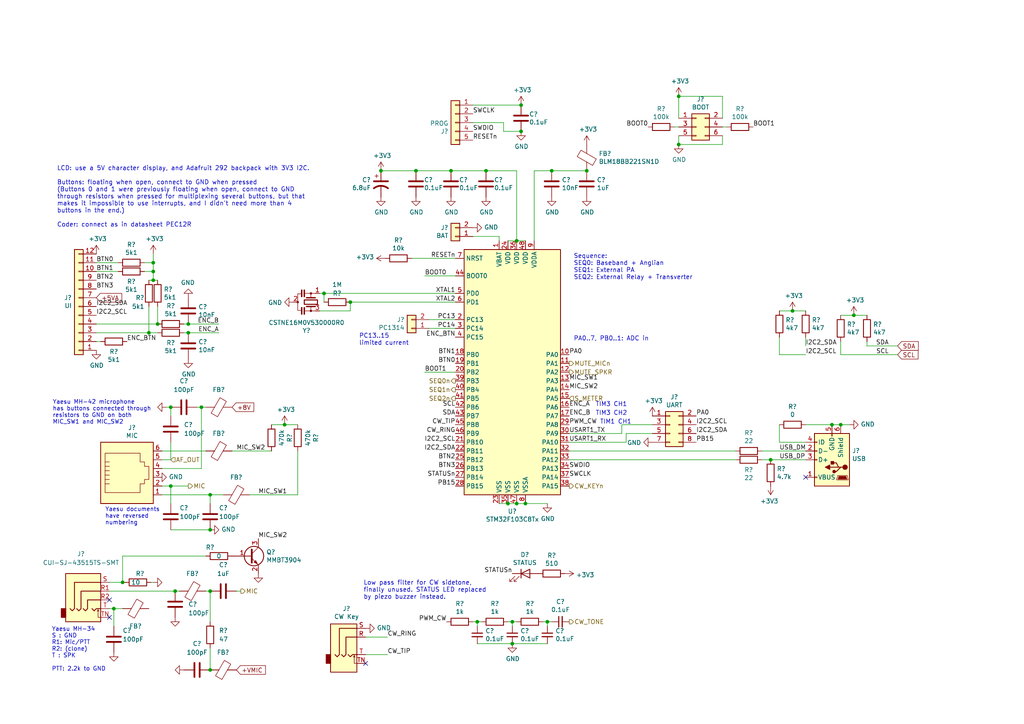
<source format=kicad_sch>
(kicad_sch (version 20211123) (generator eeschema)

  (uuid 5367a494-64b6-4f8c-adca-814c4b88525b)

  (paper "A4")

  (title_block
    (title "DART-70 TRX")
    (date "2023-01-15")
    (rev "0")
    (company "HB9EGM")
    (comment 1 "A 4m Band SSB/CW Transceiver")
  )

  

  (junction (at 33.02 176.53) (diameter 0) (color 0 0 0 0)
    (uuid 13f32677-7358-4425-9e94-52afb3823ec5)
  )
  (junction (at 43.18 96.52) (diameter 0) (color 0 0 0 0)
    (uuid 21443f6e-c9cb-43b6-9145-0fe007529b00)
  )
  (junction (at 110.49 49.53) (diameter 0) (color 0 0 0 0)
    (uuid 26aff78d-1dc4-4822-8817-49ee707b8453)
  )
  (junction (at 223.52 133.35) (diameter 0) (color 0 0 0 0)
    (uuid 2a891096-042c-4004-b161-8bd2c0b59fd7)
  )
  (junction (at 149.86 69.85) (diameter 0) (color 0 0 0 0)
    (uuid 3b398e0a-4c10-4dcc-aa1f-5dcd51a576d9)
  )
  (junction (at 243.84 123.19) (diameter 0) (color 0 0 0 0)
    (uuid 3f43b8cc-e232-4de4-a8bc-56a1a1c0a87a)
  )
  (junction (at 101.6 87.63) (diameter 0) (color 0 0 0 0)
    (uuid 418a0e9c-c95f-4d4a-a88f-ec13faf3303c)
  )
  (junction (at 130.81 49.53) (diameter 0) (color 0 0 0 0)
    (uuid 463e71c6-e035-4ed0-9a41-c3c9633f2c78)
  )
  (junction (at 35.56 168.91) (diameter 0) (color 0 0 0 0)
    (uuid 497b9774-3128-4270-af26-430f6d704065)
  )
  (junction (at 196.85 27.94) (diameter 0) (color 0 0 0 0)
    (uuid 5cfe5589-d53d-4797-82e8-c31b86c5fbb8)
  )
  (junction (at 49.53 118.11) (diameter 0) (color 0 0 0 0)
    (uuid 6378f3a0-c10c-4ab8-a191-8014f1f995ab)
  )
  (junction (at 50.8 171.45) (diameter 0) (color 0 0 0 0)
    (uuid 6a4fb687-120e-40bf-9b35-7e9d2fc384cf)
  )
  (junction (at 60.96 143.51) (diameter 0) (color 0 0 0 0)
    (uuid 7006f49f-0e13-43be-b1bb-f26a3d387008)
  )
  (junction (at 149.86 146.05) (diameter 0) (color 0 0 0 0)
    (uuid 70b621b6-45b5-43cb-9683-d589118723d7)
  )
  (junction (at 147.32 146.05) (diameter 0) (color 0 0 0 0)
    (uuid 73e2a101-0bc0-414b-9aa7-7eeb8a3caef1)
  )
  (junction (at 120.65 49.53) (diameter 0) (color 0 0 0 0)
    (uuid 752fa345-d8be-4e99-aad1-e88671f99643)
  )
  (junction (at 160.02 49.53) (diameter 0) (color 0 0 0 0)
    (uuid 77b09fa1-fbbb-49ab-94c4-069660b694ff)
  )
  (junction (at 148.59 186.69) (diameter 0) (color 0 0 0 0)
    (uuid 782b86fa-ef9f-4c16-a991-b44a80f0f0c3)
  )
  (junction (at 138.43 180.34) (diameter 0) (color 0 0 0 0)
    (uuid 7efaeda2-e767-44b9-adb2-3a0c3f4d2f1d)
  )
  (junction (at 58.42 118.11) (diameter 0) (color 0 0 0 0)
    (uuid 807fdb88-f9c9-42d9-8e83-2c2f092f2280)
  )
  (junction (at 54.61 93.98) (diameter 0) (color 0 0 0 0)
    (uuid 8699357b-081e-4490-9c44-11d25a40de14)
  )
  (junction (at 158.75 180.34) (diameter 0) (color 0 0 0 0)
    (uuid 8847e751-6992-4f80-92c5-c3bef4b5dbf6)
  )
  (junction (at 82.55 123.19) (diameter 0) (color 0 0 0 0)
    (uuid 88ec470b-1595-4040-bc2a-91476c84ca2e)
  )
  (junction (at 60.96 194.31) (diameter 0) (color 0 0 0 0)
    (uuid 8adc6e7b-379b-4805-954a-89eeb571e9d4)
  )
  (junction (at 93.98 85.09) (diameter 0) (color 0 0 0 0)
    (uuid 8c497335-9f19-4d8f-81b9-d3f6e5560190)
  )
  (junction (at 247.65 91.44) (diameter 0) (color 0 0 0 0)
    (uuid 9098a6bf-eae0-4636-90c3-6c2f5d9401fd)
  )
  (junction (at 241.3 123.19) (diameter 0) (color 0 0 0 0)
    (uuid 9801ccc8-5152-40bb-932d-67072f8cd8ad)
  )
  (junction (at 196.85 41.91) (diameter 0) (color 0 0 0 0)
    (uuid 9b396834-9f2e-4234-8e77-e2f453053d8c)
  )
  (junction (at 140.97 49.53) (diameter 0) (color 0 0 0 0)
    (uuid 9cb0289b-897f-4a33-9575-6ead0989832a)
  )
  (junction (at 60.96 171.45) (diameter 0) (color 0 0 0 0)
    (uuid ae10c814-dedf-4335-9619-5afa1682dcac)
  )
  (junction (at 148.59 180.34) (diameter 0) (color 0 0 0 0)
    (uuid b2ecb88a-4c09-46d5-b24a-de38dbb48f75)
  )
  (junction (at 152.4 146.05) (diameter 0) (color 0 0 0 0)
    (uuid b7e9cf10-b74e-4e80-a7f1-e33a29fe56de)
  )
  (junction (at 60.96 153.67) (diameter 0) (color 0 0 0 0)
    (uuid bbc11dec-0b3b-4dca-bca3-5e2a9ff62131)
  )
  (junction (at 45.72 93.98) (diameter 0) (color 0 0 0 0)
    (uuid ca6052ba-b6c7-4761-b3cb-c749f8cbf361)
  )
  (junction (at 44.45 76.2) (diameter 0) (color 0 0 0 0)
    (uuid cc016ca4-b9a4-4d80-91ba-91d6e0df5bcc)
  )
  (junction (at 54.61 96.52) (diameter 0) (color 0 0 0 0)
    (uuid d0164702-426e-4c87-abe5-fbfeda4c6ede)
  )
  (junction (at 44.45 78.74) (diameter 0) (color 0 0 0 0)
    (uuid d28c26df-aeff-4f6a-a1dc-f734efaf55cb)
  )
  (junction (at 49.53 140.97) (diameter 0) (color 0 0 0 0)
    (uuid dadd1271-de02-4ddc-9037-691c1071fc0f)
  )
  (junction (at 151.13 30.48) (diameter 0) (color 0 0 0 0)
    (uuid e04409c2-b3ba-460e-bddc-62e0044901c2)
  )
  (junction (at 170.18 49.53) (diameter 0) (color 0 0 0 0)
    (uuid e1640c92-0a7b-4990-ae42-e9436c2a460d)
  )
  (junction (at 44.45 81.28) (diameter 0) (color 0 0 0 0)
    (uuid e4f6c439-e664-4982-a00a-ae1d4844df2b)
  )
  (junction (at 229.87 90.17) (diameter 0) (color 0 0 0 0)
    (uuid eab7c737-4450-406f-9f80-b2e18bb45dd6)
  )
  (junction (at 151.13 38.1) (diameter 0) (color 0 0 0 0)
    (uuid ed74c2b7-a3ac-4886-84f5-377b5e1bbbfc)
  )

  (no_connect (at 233.68 138.43) (uuid 487ede9d-e4e2-47c1-b417-084ff862638c))
  (no_connect (at 31.75 179.07) (uuid 5f209d3b-570b-41be-bac1-da0e75bd9c30))
  (no_connect (at 31.75 173.99) (uuid 88dece5e-42d2-4a10-900f-3cb59dfd1690))
  (no_connect (at 106.045 192.405) (uuid e03d7bc9-2bd0-42b5-96ba-4ca164fb4c50))

  (wire (pts (xy 165.1 133.35) (xy 213.36 133.35))
    (stroke (width 0) (type default) (color 0 0 0 0))
    (uuid 006bc43b-d3a8-4a38-a8dc-5a24da3f9b4d)
  )
  (wire (pts (xy 27.94 93.98) (xy 45.72 93.98))
    (stroke (width 0) (type default) (color 0 0 0 0))
    (uuid 0368658f-3125-4888-be8d-2d00cf819e46)
  )
  (wire (pts (xy 119.38 74.93) (xy 132.08 74.93))
    (stroke (width 0) (type default) (color 0 0 0 0))
    (uuid 0454b0ed-4e94-46b1-9058-7210ddee62e4)
  )
  (wire (pts (xy 247.65 91.44) (xy 251.46 91.44))
    (stroke (width 0) (type default) (color 0 0 0 0))
    (uuid 0673bd15-bb27-42a3-b8dd-ff34de638161)
  )
  (wire (pts (xy 53.34 93.98) (xy 54.61 93.98))
    (stroke (width 0) (type default) (color 0 0 0 0))
    (uuid 08895aac-0eaf-4885-9893-39d7cbab257b)
  )
  (wire (pts (xy 46.99 143.51) (xy 60.96 143.51))
    (stroke (width 0) (type default) (color 0 0 0 0))
    (uuid 09dffe2f-119c-4acf-b279-934de0a0dda7)
  )
  (wire (pts (xy 165.1 130.81) (xy 213.36 130.81))
    (stroke (width 0) (type default) (color 0 0 0 0))
    (uuid 11b49d13-b047-4242-be65-9a9b1c80ec58)
  )
  (wire (pts (xy 31.75 171.45) (xy 50.8 171.45))
    (stroke (width 0) (type default) (color 0 0 0 0))
    (uuid 14f144cf-94b7-4e9b-be67-5ca1bbff69f2)
  )
  (wire (pts (xy 251.46 100.33) (xy 260.35 100.33))
    (stroke (width 0) (type default) (color 0 0 0 0))
    (uuid 15328724-62c0-4c64-8165-7ba7fa235831)
  )
  (wire (pts (xy 67.31 130.81) (xy 78.74 130.81))
    (stroke (width 0) (type default) (color 0 0 0 0))
    (uuid 16010e58-8aee-45c1-99df-d1cc2bd80779)
  )
  (wire (pts (xy 58.42 135.89) (xy 58.42 118.11))
    (stroke (width 0) (type default) (color 0 0 0 0))
    (uuid 1afdd221-608b-420b-8eb2-861de263adb5)
  )
  (wire (pts (xy 243.84 102.87) (xy 243.84 99.06))
    (stroke (width 0) (type default) (color 0 0 0 0))
    (uuid 1fcbe337-d147-4e02-846e-7f1ec4528bd0)
  )
  (wire (pts (xy 27.94 76.2) (xy 34.29 76.2))
    (stroke (width 0) (type default) (color 0 0 0 0))
    (uuid 22abab2e-9885-4da7-9852-348f356dd096)
  )
  (wire (pts (xy 130.81 49.53) (xy 140.97 49.53))
    (stroke (width 0) (type default) (color 0 0 0 0))
    (uuid 2330a65f-a667-4564-b2ea-fd267508069a)
  )
  (wire (pts (xy 137.16 30.48) (xy 151.13 30.48))
    (stroke (width 0) (type default) (color 0 0 0 0))
    (uuid 23425199-2ac8-404e-b295-8bb0276f526e)
  )
  (wire (pts (xy 189.23 125.73) (xy 181.61 125.73))
    (stroke (width 0) (type default) (color 0 0 0 0))
    (uuid 238ce6dc-0557-409a-ab04-93448fccaac4)
  )
  (wire (pts (xy 160.02 49.53) (xy 154.94 49.53))
    (stroke (width 0) (type default) (color 0 0 0 0))
    (uuid 23d269d6-d694-442a-bf5d-98bf3544fc31)
  )
  (wire (pts (xy 86.36 123.19) (xy 82.55 123.19))
    (stroke (width 0) (type default) (color 0 0 0 0))
    (uuid 2415334a-b998-4d19-a8b5-e60e8af2aff4)
  )
  (wire (pts (xy 146.05 35.56) (xy 146.05 38.1))
    (stroke (width 0) (type default) (color 0 0 0 0))
    (uuid 2480dd87-1dff-4a50-81a2-52ef161ac45c)
  )
  (wire (pts (xy 138.43 180.34) (xy 138.43 181.61))
    (stroke (width 0) (type default) (color 0 0 0 0))
    (uuid 251435cb-df17-46ab-aac4-3d24ccac8db0)
  )
  (wire (pts (xy 53.34 96.52) (xy 54.61 96.52))
    (stroke (width 0) (type default) (color 0 0 0 0))
    (uuid 251bbd6b-00ad-4956-8621-28b4b522b62b)
  )
  (wire (pts (xy 223.52 133.35) (xy 233.68 133.35))
    (stroke (width 0) (type default) (color 0 0 0 0))
    (uuid 25ada721-670a-4020-ae0b-77410c4e375a)
  )
  (wire (pts (xy 33.02 176.53) (xy 35.56 176.53))
    (stroke (width 0) (type default) (color 0 0 0 0))
    (uuid 2d68cb5d-30df-4657-8750-10f8b1c43a3d)
  )
  (wire (pts (xy 58.42 118.11) (xy 59.69 118.11))
    (stroke (width 0) (type default) (color 0 0 0 0))
    (uuid 2f06a385-de72-4063-8346-234d2a5fb931)
  )
  (wire (pts (xy 229.87 90.17) (xy 233.68 90.17))
    (stroke (width 0) (type default) (color 0 0 0 0))
    (uuid 317a2bf1-677c-46ed-b6b4-eef240063844)
  )
  (wire (pts (xy 123.19 107.95) (xy 132.08 107.95))
    (stroke (width 0) (type default) (color 0 0 0 0))
    (uuid 31ae1ddb-55f8-4875-b94d-87a4d0c86414)
  )
  (wire (pts (xy 243.84 91.44) (xy 247.65 91.44))
    (stroke (width 0) (type default) (color 0 0 0 0))
    (uuid 34d6d782-5641-4526-b346-05de03ea8c0e)
  )
  (wire (pts (xy 43.18 88.9) (xy 43.18 96.52))
    (stroke (width 0) (type default) (color 0 0 0 0))
    (uuid 36915340-9dd2-4d10-bb2e-946e32cc121b)
  )
  (wire (pts (xy 120.65 49.53) (xy 130.81 49.53))
    (stroke (width 0) (type default) (color 0 0 0 0))
    (uuid 37e843e9-2538-4a91-9a9b-f536fa0a9e84)
  )
  (wire (pts (xy 110.49 49.53) (xy 120.65 49.53))
    (stroke (width 0) (type default) (color 0 0 0 0))
    (uuid 3a013e8f-5b12-499b-8d2d-0ad49966db1a)
  )
  (wire (pts (xy 158.75 181.61) (xy 158.75 180.34))
    (stroke (width 0) (type default) (color 0 0 0 0))
    (uuid 3d927ca0-f4ad-42ab-b902-dfef8d84eebb)
  )
  (wire (pts (xy 226.06 90.17) (xy 229.87 90.17))
    (stroke (width 0) (type default) (color 0 0 0 0))
    (uuid 3f4ca593-2b3f-4c1d-83fb-6afbc1dc83bd)
  )
  (wire (pts (xy 148.59 186.69) (xy 158.75 186.69))
    (stroke (width 0) (type default) (color 0 0 0 0))
    (uuid 3fc3a397-ec3a-4314-aa6a-44925ef4cbbe)
  )
  (wire (pts (xy 158.75 180.34) (xy 160.02 180.34))
    (stroke (width 0) (type default) (color 0 0 0 0))
    (uuid 4736f749-4a0e-4a05-b1aa-d51f1c3fc23d)
  )
  (wire (pts (xy 160.02 49.53) (xy 170.18 49.53))
    (stroke (width 0) (type default) (color 0 0 0 0))
    (uuid 4829bee0-faa8-43f7-b2d7-8a6e5d1b3050)
  )
  (wire (pts (xy 45.72 81.28) (xy 44.45 81.28))
    (stroke (width 0) (type default) (color 0 0 0 0))
    (uuid 4b9a4b22-a241-4855-9d5c-4ff2f9005b1b)
  )
  (wire (pts (xy 124.46 92.71) (xy 132.08 92.71))
    (stroke (width 0) (type default) (color 0 0 0 0))
    (uuid 4cd135a5-fdd1-4851-864a-dadf7c96d9ff)
  )
  (wire (pts (xy 137.16 35.56) (xy 146.05 35.56))
    (stroke (width 0) (type default) (color 0 0 0 0))
    (uuid 4f69bb40-cbf2-45c5-8c23-3e0667e1f6c1)
  )
  (wire (pts (xy 165.1 128.27) (xy 181.61 128.27))
    (stroke (width 0) (type default) (color 0 0 0 0))
    (uuid 500298f6-b9ed-4e53-bde6-024545f1a90a)
  )
  (wire (pts (xy 45.72 138.43) (xy 46.99 138.43))
    (stroke (width 0) (type default) (color 0 0 0 0))
    (uuid 564c737a-c22b-400c-8665-990100e2bad2)
  )
  (wire (pts (xy 44.45 76.2) (xy 44.45 73.66))
    (stroke (width 0) (type default) (color 0 0 0 0))
    (uuid 58a22765-7f2e-4f66-9ea8-f56fcca75dda)
  )
  (wire (pts (xy 52.07 171.45) (xy 50.8 171.45))
    (stroke (width 0) (type default) (color 0 0 0 0))
    (uuid 5c661c17-3ab4-49c7-8add-a626d1753c0b)
  )
  (wire (pts (xy 27.94 96.52) (xy 43.18 96.52))
    (stroke (width 0) (type default) (color 0 0 0 0))
    (uuid 5d4ed9ca-985c-4d79-b913-0fd671b604bc)
  )
  (wire (pts (xy 226.06 128.27) (xy 233.68 128.27))
    (stroke (width 0) (type default) (color 0 0 0 0))
    (uuid 5f48357f-c353-4808-811f-74ed7ffaa7c6)
  )
  (wire (pts (xy 146.05 38.1) (xy 151.13 38.1))
    (stroke (width 0) (type default) (color 0 0 0 0))
    (uuid 61b6f2c4-b226-47d6-bbd8-9d67fcaf35c3)
  )
  (wire (pts (xy 196.85 41.91) (xy 209.55 41.91))
    (stroke (width 0) (type default) (color 0 0 0 0))
    (uuid 61e795c9-5bb5-48b3-b7a0-cb64f04c7adc)
  )
  (wire (pts (xy 49.53 140.97) (xy 49.53 146.05))
    (stroke (width 0) (type default) (color 0 0 0 0))
    (uuid 66e3bb6e-3039-4f64-a55c-f43a1345d149)
  )
  (wire (pts (xy 101.6 90.17) (xy 101.6 87.63))
    (stroke (width 0) (type default) (color 0 0 0 0))
    (uuid 677a1070-c11b-49a9-8186-12e0a3e880b1)
  )
  (wire (pts (xy 226.06 102.87) (xy 226.06 97.79))
    (stroke (width 0) (type default) (color 0 0 0 0))
    (uuid 679e5b0e-a017-43d8-8845-79a886253d82)
  )
  (wire (pts (xy 49.53 128.27) (xy 49.53 133.35))
    (stroke (width 0) (type default) (color 0 0 0 0))
    (uuid 6ed67694-fff8-461d-af41-a54796b26eb7)
  )
  (wire (pts (xy 27.94 99.06) (xy 29.21 99.06))
    (stroke (width 0) (type default) (color 0 0 0 0))
    (uuid 6f581e98-caac-4a3a-b0ed-76aab462e56a)
  )
  (wire (pts (xy 165.1 125.73) (xy 180.34 125.73))
    (stroke (width 0) (type default) (color 0 0 0 0))
    (uuid 6f75ea3e-6135-44f5-9313-1aad839ab6f6)
  )
  (wire (pts (xy 137.16 180.34) (xy 138.43 180.34))
    (stroke (width 0) (type default) (color 0 0 0 0))
    (uuid 742f6656-c86d-41c0-937e-ef6ded3bd482)
  )
  (wire (pts (xy 243.84 102.87) (xy 260.35 102.87))
    (stroke (width 0) (type default) (color 0 0 0 0))
    (uuid 75080b0b-6140-45af-8605-622af6de8bea)
  )
  (wire (pts (xy 46.99 140.97) (xy 49.53 140.97))
    (stroke (width 0) (type default) (color 0 0 0 0))
    (uuid 76acc36c-a2a1-41e6-a41b-3d2782098bb1)
  )
  (wire (pts (xy 223.52 133.35) (xy 220.98 133.35))
    (stroke (width 0) (type default) (color 0 0 0 0))
    (uuid 771145ed-2e00-4172-ac95-37a36c6a35ce)
  )
  (wire (pts (xy 140.97 49.53) (xy 149.86 49.53))
    (stroke (width 0) (type default) (color 0 0 0 0))
    (uuid 7c1fd6fc-5c53-4ccb-a456-46fe6fc0bc71)
  )
  (wire (pts (xy 157.48 180.34) (xy 158.75 180.34))
    (stroke (width 0) (type default) (color 0 0 0 0))
    (uuid 7d512d14-3ca4-4934-b506-eb07d268c7dc)
  )
  (wire (pts (xy 59.69 171.45) (xy 60.96 171.45))
    (stroke (width 0) (type default) (color 0 0 0 0))
    (uuid 7e818ab5-daa1-4f81-8e5b-7a6aa233292b)
  )
  (wire (pts (xy 147.32 146.05) (xy 144.78 146.05))
    (stroke (width 0) (type default) (color 0 0 0 0))
    (uuid 7f2c9904-545b-4337-acd6-8707e0924818)
  )
  (wire (pts (xy 243.84 123.19) (xy 241.3 123.19))
    (stroke (width 0) (type default) (color 0 0 0 0))
    (uuid 7fa098fb-b644-4e64-920e-8328b5d12f21)
  )
  (wire (pts (xy 60.96 187.96) (xy 60.96 194.31))
    (stroke (width 0) (type default) (color 0 0 0 0))
    (uuid 80f7bbd0-bec0-4cb1-9503-e3687c98ec1e)
  )
  (wire (pts (xy 144.78 68.58) (xy 137.16 68.58))
    (stroke (width 0) (type default) (color 0 0 0 0))
    (uuid 822cf157-ecb8-46d7-8cc6-5f0248fd6b37)
  )
  (wire (pts (xy 45.72 88.9) (xy 45.72 93.98))
    (stroke (width 0) (type default) (color 0 0 0 0))
    (uuid 82f0532d-1a6d-464b-ad29-fc3e8108d6a8)
  )
  (wire (pts (xy 195.58 36.83) (xy 196.85 36.83))
    (stroke (width 0) (type default) (color 0 0 0 0))
    (uuid 875404be-e359-458a-af29-1bd3403dd55f)
  )
  (wire (pts (xy 233.68 102.87) (xy 226.06 102.87))
    (stroke (width 0) (type default) (color 0 0 0 0))
    (uuid 8f577817-ea32-42aa-bedc-809b6d0ffec6)
  )
  (wire (pts (xy 148.59 180.34) (xy 149.86 180.34))
    (stroke (width 0) (type default) (color 0 0 0 0))
    (uuid 9004cee7-358e-4c08-9d64-a05f28a4e7b6)
  )
  (wire (pts (xy 101.6 87.63) (xy 132.08 87.63))
    (stroke (width 0) (type default) (color 0 0 0 0))
    (uuid 92cf4db4-2dba-4763-9cd8-3c7f8aff8f24)
  )
  (wire (pts (xy 101.6 90.17) (xy 92.71 90.17))
    (stroke (width 0) (type default) (color 0 0 0 0))
    (uuid 93b580d1-c2df-48c4-9d06-465ca9d3eebc)
  )
  (wire (pts (xy 35.56 161.29) (xy 59.69 161.29))
    (stroke (width 0) (type default) (color 0 0 0 0))
    (uuid 9540b4d6-8885-4843-a659-943f7e3bc69a)
  )
  (wire (pts (xy 27.94 78.74) (xy 34.29 78.74))
    (stroke (width 0) (type default) (color 0 0 0 0))
    (uuid 99a76074-fcd3-4150-83c8-79f76bdad1c5)
  )
  (wire (pts (xy 72.39 143.51) (xy 86.36 143.51))
    (stroke (width 0) (type default) (color 0 0 0 0))
    (uuid 9c221d52-946b-4b75-8659-2771c7e549f2)
  )
  (wire (pts (xy 86.36 143.51) (xy 86.36 130.81))
    (stroke (width 0) (type default) (color 0 0 0 0))
    (uuid 9cdc04e7-a7c1-410b-8dd7-1b5a287afb98)
  )
  (wire (pts (xy 220.98 130.81) (xy 233.68 130.81))
    (stroke (width 0) (type default) (color 0 0 0 0))
    (uuid 9f7324c5-50a2-442c-8a80-edf04aa2b2ac)
  )
  (wire (pts (xy 144.78 69.85) (xy 144.78 68.58))
    (stroke (width 0) (type default) (color 0 0 0 0))
    (uuid 9f7b3295-d16c-467f-88f6-2ab8ee650e3a)
  )
  (wire (pts (xy 35.56 168.91) (xy 36.195 168.91))
    (stroke (width 0) (type default) (color 0 0 0 0))
    (uuid a2873055-b8ab-487a-9485-446d15b62f90)
  )
  (wire (pts (xy 149.86 69.85) (xy 147.32 69.85))
    (stroke (width 0) (type default) (color 0 0 0 0))
    (uuid a32fe8ab-5810-40f6-8eab-48332c0ee5a0)
  )
  (wire (pts (xy 196.85 34.29) (xy 196.85 27.94))
    (stroke (width 0) (type default) (color 0 0 0 0))
    (uuid a560f403-c7e0-4d97-9b6c-c5351bebb237)
  )
  (wire (pts (xy 82.55 123.19) (xy 78.74 123.19))
    (stroke (width 0) (type default) (color 0 0 0 0))
    (uuid a5e5a32b-d259-4833-9676-56ada82e83c2)
  )
  (wire (pts (xy 209.55 34.29) (xy 209.55 27.94))
    (stroke (width 0) (type default) (color 0 0 0 0))
    (uuid a6e0def8-4f4c-4324-b688-07d61c9eec31)
  )
  (wire (pts (xy 124.46 95.25) (xy 132.08 95.25))
    (stroke (width 0) (type default) (color 0 0 0 0))
    (uuid ab5db7e5-9de7-449f-b70b-9d0dd610b10b)
  )
  (wire (pts (xy 93.98 87.63) (xy 93.98 85.09))
    (stroke (width 0) (type default) (color 0 0 0 0))
    (uuid ac5a5c45-797a-4bbe-bfd5-5ce5a8aa3463)
  )
  (wire (pts (xy 106.045 189.865) (xy 112.395 189.865))
    (stroke (width 0) (type default) (color 0 0 0 0))
    (uuid ae9a2cfc-2e02-4731-9394-e388bba596f8)
  )
  (wire (pts (xy 43.815 168.91) (xy 44.45 168.91))
    (stroke (width 0) (type default) (color 0 0 0 0))
    (uuid aea16cf2-4f65-409f-b3b9-3c332f390e93)
  )
  (wire (pts (xy 33.02 181.61) (xy 33.02 176.53))
    (stroke (width 0) (type default) (color 0 0 0 0))
    (uuid afe17981-95bb-4580-8c01-d624572574ed)
  )
  (wire (pts (xy 152.4 146.05) (xy 149.86 146.05))
    (stroke (width 0) (type default) (color 0 0 0 0))
    (uuid b05af61d-3c1d-44cf-aea2-61fd169c9d1a)
  )
  (wire (pts (xy 49.53 118.11) (xy 48.26 118.11))
    (stroke (width 0) (type default) (color 0 0 0 0))
    (uuid b2493615-6469-4f85-ae30-0eeac98199a6)
  )
  (wire (pts (xy 149.86 49.53) (xy 149.86 69.85))
    (stroke (width 0) (type default) (color 0 0 0 0))
    (uuid b3eebb03-af8c-48e8-a7d9-5ec3741206fa)
  )
  (wire (pts (xy 58.42 118.11) (xy 57.15 118.11))
    (stroke (width 0) (type default) (color 0 0 0 0))
    (uuid b4d405a4-25a6-44ef-96e1-b56b6b5ce995)
  )
  (wire (pts (xy 49.53 153.67) (xy 60.96 153.67))
    (stroke (width 0) (type default) (color 0 0 0 0))
    (uuid b506d6e3-f5de-46c8-8eaa-ee5b62c6abd9)
  )
  (wire (pts (xy 106.045 184.785) (xy 112.395 184.785))
    (stroke (width 0) (type default) (color 0 0 0 0))
    (uuid b555eee7-8149-4892-8ba4-057aabcbbee2)
  )
  (wire (pts (xy 54.61 96.52) (xy 63.5 96.52))
    (stroke (width 0) (type default) (color 0 0 0 0))
    (uuid b9937346-f6e7-4a0d-8b88-940809bc0c5f)
  )
  (wire (pts (xy 41.91 78.74) (xy 44.45 78.74))
    (stroke (width 0) (type default) (color 0 0 0 0))
    (uuid b9e0ba15-f372-4a9e-a627-d594778258ac)
  )
  (wire (pts (xy 181.61 125.73) (xy 181.61 128.27))
    (stroke (width 0) (type default) (color 0 0 0 0))
    (uuid b9fce689-53c2-4275-98d8-2c8da9bd740a)
  )
  (wire (pts (xy 93.98 85.09) (xy 92.71 85.09))
    (stroke (width 0) (type default) (color 0 0 0 0))
    (uuid ba80136a-34d0-4a97-a9c9-c43ab3f7be6e)
  )
  (wire (pts (xy 152.4 69.85) (xy 149.86 69.85))
    (stroke (width 0) (type default) (color 0 0 0 0))
    (uuid bade9875-e59b-4d52-b529-c48d7c265fc4)
  )
  (wire (pts (xy 49.53 140.97) (xy 54.61 140.97))
    (stroke (width 0) (type default) (color 0 0 0 0))
    (uuid bf1ffc03-ba94-43f6-8d0a-0dfaedf70cc2)
  )
  (wire (pts (xy 49.53 133.35) (xy 46.99 133.35))
    (stroke (width 0) (type default) (color 0 0 0 0))
    (uuid c0185e34-c51b-4c62-a463-ad6cb00d29af)
  )
  (wire (pts (xy 33.02 176.53) (xy 31.75 176.53))
    (stroke (width 0) (type default) (color 0 0 0 0))
    (uuid c10ea781-e4dc-44b9-a7e1-86f7cdfec5ac)
  )
  (wire (pts (xy 44.45 81.28) (xy 43.18 81.28))
    (stroke (width 0) (type default) (color 0 0 0 0))
    (uuid c3c15276-82a5-4b64-990f-7f503a97141e)
  )
  (wire (pts (xy 31.75 168.91) (xy 35.56 168.91))
    (stroke (width 0) (type default) (color 0 0 0 0))
    (uuid c62fcb1d-df7b-4385-a018-f5ef16263000)
  )
  (wire (pts (xy 60.96 143.51) (xy 64.77 143.51))
    (stroke (width 0) (type default) (color 0 0 0 0))
    (uuid c898c0c5-e142-46d8-96c8-7be1e3bc68ad)
  )
  (wire (pts (xy 180.34 123.19) (xy 189.23 123.19))
    (stroke (width 0) (type default) (color 0 0 0 0))
    (uuid ca0eab8e-e3fd-464d-bb03-d1603b8a651b)
  )
  (wire (pts (xy 209.55 41.91) (xy 209.55 39.37))
    (stroke (width 0) (type default) (color 0 0 0 0))
    (uuid ca12753c-a5f4-49a4-bb14-a01420a86edb)
  )
  (wire (pts (xy 233.68 100.33) (xy 233.68 97.79))
    (stroke (width 0) (type default) (color 0 0 0 0))
    (uuid cf02db11-2ff8-4f79-b3e9-9802575ab786)
  )
  (wire (pts (xy 60.96 143.51) (xy 60.96 146.05))
    (stroke (width 0) (type default) (color 0 0 0 0))
    (uuid d063f6b1-c663-433a-bf5e-7441a08f16ea)
  )
  (wire (pts (xy 154.94 49.53) (xy 154.94 69.85))
    (stroke (width 0) (type default) (color 0 0 0 0))
    (uuid d1ea7795-8403-4edb-b959-1b29f77ed16f)
  )
  (wire (pts (xy 46.99 135.89) (xy 58.42 135.89))
    (stroke (width 0) (type default) (color 0 0 0 0))
    (uuid d26a8420-78a3-4a9e-b4f4-5a9910f59c4d)
  )
  (wire (pts (xy 68.58 171.45) (xy 69.85 171.45))
    (stroke (width 0) (type default) (color 0 0 0 0))
    (uuid d312eda9-74a3-4e19-8d05-4177ec0e1f00)
  )
  (wire (pts (xy 43.18 96.52) (xy 45.72 96.52))
    (stroke (width 0) (type default) (color 0 0 0 0))
    (uuid d3ea5011-250b-4076-bf21-0457c1dc2816)
  )
  (wire (pts (xy 49.53 118.11) (xy 49.53 120.65))
    (stroke (width 0) (type default) (color 0 0 0 0))
    (uuid d84cf9cf-df80-49cb-bd44-af405b2b4fee)
  )
  (wire (pts (xy 209.55 27.94) (xy 196.85 27.94))
    (stroke (width 0) (type default) (color 0 0 0 0))
    (uuid d8e238b6-5437-4b14-9ba7-0337f0b828ab)
  )
  (wire (pts (xy 148.59 181.61) (xy 148.59 180.34))
    (stroke (width 0) (type default) (color 0 0 0 0))
    (uuid d8ebdeb0-2bbd-4a1b-a259-f95c97f44cbe)
  )
  (wire (pts (xy 147.32 180.34) (xy 148.59 180.34))
    (stroke (width 0) (type default) (color 0 0 0 0))
    (uuid dacfc6b2-f197-4446-86ee-d141533404be)
  )
  (wire (pts (xy 246.38 123.19) (xy 243.84 123.19))
    (stroke (width 0) (type default) (color 0 0 0 0))
    (uuid dba4ad5b-8704-4fc8-9247-b9c4709cf1cf)
  )
  (wire (pts (xy 132.08 85.09) (xy 93.98 85.09))
    (stroke (width 0) (type default) (color 0 0 0 0))
    (uuid dcbc5a2e-2561-4663-8736-09acc9fe0209)
  )
  (wire (pts (xy 44.45 81.28) (xy 44.45 78.74))
    (stroke (width 0) (type default) (color 0 0 0 0))
    (uuid dcff1695-539e-442e-afee-9485378ce13a)
  )
  (wire (pts (xy 138.43 186.69) (xy 148.59 186.69))
    (stroke (width 0) (type default) (color 0 0 0 0))
    (uuid ddcf9a83-0126-4df6-88fa-3363d508d3a6)
  )
  (wire (pts (xy 41.91 76.2) (xy 44.45 76.2))
    (stroke (width 0) (type default) (color 0 0 0 0))
    (uuid dea160a0-c7eb-439d-aa99-b60757115fc7)
  )
  (wire (pts (xy 158.75 146.05) (xy 152.4 146.05))
    (stroke (width 0) (type default) (color 0 0 0 0))
    (uuid e382fedc-c868-44fd-9740-47cc05b15c1c)
  )
  (wire (pts (xy 226.06 123.19) (xy 226.06 128.27))
    (stroke (width 0) (type default) (color 0 0 0 0))
    (uuid e584287a-6232-40cf-a082-8dea5986b945)
  )
  (wire (pts (xy 138.43 180.34) (xy 139.7 180.34))
    (stroke (width 0) (type default) (color 0 0 0 0))
    (uuid e68fac9b-3de3-4acb-9bb0-3dee3685df22)
  )
  (wire (pts (xy 180.34 125.73) (xy 180.34 123.19))
    (stroke (width 0) (type default) (color 0 0 0 0))
    (uuid e7130644-c4ae-4f9d-997d-5b4fa9d09578)
  )
  (wire (pts (xy 46.99 130.81) (xy 59.69 130.81))
    (stroke (width 0) (type default) (color 0 0 0 0))
    (uuid e91ad237-6778-4565-a41c-5451c22b839e)
  )
  (wire (pts (xy 60.96 171.45) (xy 60.96 180.34))
    (stroke (width 0) (type default) (color 0 0 0 0))
    (uuid e98e7eb7-9737-4f2e-99d0-92ee149d1392)
  )
  (wire (pts (xy 44.45 78.74) (xy 44.45 76.2))
    (stroke (width 0) (type default) (color 0 0 0 0))
    (uuid eb5c3818-51cd-4092-a6a2-1d306912382e)
  )
  (wire (pts (xy 35.56 161.29) (xy 35.56 168.91))
    (stroke (width 0) (type default) (color 0 0 0 0))
    (uuid ec3165fe-59c9-43eb-8ddf-d44b9735718a)
  )
  (wire (pts (xy 196.85 41.91) (xy 196.85 39.37))
    (stroke (width 0) (type default) (color 0 0 0 0))
    (uuid eca73914-6f4b-487c-b8f6-6bedca0fa3fb)
  )
  (wire (pts (xy 54.61 93.98) (xy 63.5 93.98))
    (stroke (width 0) (type default) (color 0 0 0 0))
    (uuid eccdf86f-23ac-4077-b13e-27dc356e9a70)
  )
  (wire (pts (xy 123.19 80.01) (xy 132.08 80.01))
    (stroke (width 0) (type default) (color 0 0 0 0))
    (uuid ed265626-f6f5-4029-beb9-f6ad275e86b5)
  )
  (wire (pts (xy 251.46 100.33) (xy 251.46 99.06))
    (stroke (width 0) (type default) (color 0 0 0 0))
    (uuid f1353e9e-7eae-44e9-872c-ec11c41e5657)
  )
  (wire (pts (xy 149.86 146.05) (xy 147.32 146.05))
    (stroke (width 0) (type default) (color 0 0 0 0))
    (uuid f46f4b86-daf6-4869-98cb-928039f00f5f)
  )
  (wire (pts (xy 210.82 36.83) (xy 209.55 36.83))
    (stroke (width 0) (type default) (color 0 0 0 0))
    (uuid f683b564-906b-42f6-a233-cd22c58657dd)
  )
  (wire (pts (xy 241.3 123.19) (xy 233.68 123.19))
    (stroke (width 0) (type default) (color 0 0 0 0))
    (uuid f6c96c0d-4cf7-4e5a-ad96-cb52e5fda138)
  )

  (text "Yaesu documents\nhave reversed\nnumbering" (at 30.48 152.4 0)
    (effects (font (size 1.1938 1.1938)) (justify left bottom))
    (uuid 00d22a94-4415-4f7c-bba5-9ac8913c5f96)
  )
  (text "TODO\nReplace connector by footprints for buttons, encoder and display\nCheck how I finally did CW on Picardy 2020"
    (at 1.27 -15.24 0)
    (effects (font (size 3 3)) (justify left bottom))
    (uuid 1154c567-1e30-4104-a3b9-6b57e1efe0f8)
  )
  (text "TIM1 CH1" (at 173.99 123.19 0)
    (effects (font (size 1.27 1.27)) (justify left bottom))
    (uuid 49389a66-8741-452b-8284-834f65c51e1b)
  )
  (text "Yaesu MH-42 microphone\nhas buttons connected through\nresistors to GND on both\nMIC_SW1 and MIC_SW2"
    (at 15.24 123.19 0)
    (effects (font (size 1.1938 1.1938)) (justify left bottom))
    (uuid 74796a55-82bc-4f74-9e9c-c7cb232069e3)
  )
  (text "Low pass filter for CW sidetone,\nfinally unused. STATUS LED replaced\nby piezo buzzer instead."
    (at 105.41 173.99 0)
    (effects (font (size 1.27 1.27)) (justify left bottom))
    (uuid 76d9276c-0bff-44cf-81b5-cc0de1c97f12)
  )
  (text "TIM3 CH1" (at 172.72 118.11 0)
    (effects (font (size 1.27 1.27)) (justify left bottom))
    (uuid 7ea15999-0781-4c2e-a266-2adaf5a39946)
  )
  (text "Yaesu MH-34\nS : GND\nR1: Mic/PTT\nR2: (clone)\nT : SPK\n\nPTT: 2.2k to GND"
    (at 14.986 194.818 0)
    (effects (font (size 1.1938 1.1938)) (justify left bottom))
    (uuid a3fa1e23-753d-47fd-a22c-6b4495b4078c)
  )
  (text "TIM3 CH2" (at 172.72 120.65 0)
    (effects (font (size 1.27 1.27)) (justify left bottom))
    (uuid a632aa3e-0113-4f5d-90b5-27bac9ed8392)
  )
  (text "PC13..15\nlimited current" (at 104.14 100.33 0)
    (effects (font (size 1.27 1.27)) (justify left bottom))
    (uuid d5605fa7-538d-473c-8da8-4e6409672b1d)
  )
  (text "LCD: use a 5V character display, and Adafruit 292 backpack with 3V3 I2C.\n\nButtons: floating when open, connect to GND when pressed\n(Buttons 0 and 1 were previously floating when open, connect to GND\nthrough resistors when pressed for multiplexing several buttons, but that\nmakes it impossible to use interrupts, and I didn't need more than 4\nbuttons in the end.)\n\nCoder: connect as in datasheet PEC12R"
    (at 16.51 66.04 0)
    (effects (font (size 1.27 1.27)) (justify left bottom))
    (uuid f84570f0-8f86-40f4-8c85-4d0ad12444b2)
  )
  (text "Sequence:\nSEQ0: Baseband + Anglian\nSEQ1: External PA\nSEQ2: External Relay + Transverter"
    (at 166.37 81.28 0)
    (effects (font (size 1.27 1.27)) (justify left bottom))
    (uuid fae1c1af-89ba-4c18-88bc-46f514e9bd6f)
  )
  (text "PA0..7, PB0..1: ADC in" (at 166.37 99.06 0)
    (effects (font (size 1.27 1.27)) (justify left bottom))
    (uuid fb6ae0ae-5f09-42f3-a277-43e9524a252b)
  )

  (label "USB_DP" (at 226.06 133.35 0)
    (effects (font (size 1.27 1.27)) (justify left bottom))
    (uuid 0157ed9d-375b-4b39-a7c1-9cb08dcf67bf)
  )
  (label "USART1_RX" (at 165.1 128.27 0)
    (effects (font (size 1.27 1.27)) (justify left bottom))
    (uuid 0470f6f8-3373-4410-9688-3749de7c241a)
  )
  (label "MIC_SW2" (at 74.93 156.21 0)
    (effects (font (size 1.27 1.27)) (justify left bottom))
    (uuid 0628db56-eb4e-4b95-a513-4549fb02bb96)
  )
  (label "SDA" (at 132.08 120.65 180)
    (effects (font (size 1.27 1.27)) (justify right bottom))
    (uuid 0886377c-acad-41ba-a045-1d436eadaaab)
  )
  (label "MIC_SW2" (at 68.58 130.81 0)
    (effects (font (size 1.27 1.27)) (justify left bottom))
    (uuid 0e39e32b-7468-4f6e-a6f0-b54d61a16933)
  )
  (label "BTN1" (at 132.08 102.87 180)
    (effects (font (size 1.27 1.27)) (justify right bottom))
    (uuid 0ece2b87-02c1-4250-9204-efdee0b5a9d0)
  )
  (label "MIC_SW1" (at 74.93 143.51 0)
    (effects (font (size 1.27 1.27)) (justify left bottom))
    (uuid 1b73c962-e471-4ec3-ab97-9114c97a5609)
  )
  (label "PB15" (at 201.93 128.27 0)
    (effects (font (size 1.27 1.27)) (justify left bottom))
    (uuid 1c36527b-20ab-4863-8486-3913ee2e57f4)
  )
  (label "I2C2_SDA" (at 233.68 100.33 0)
    (effects (font (size 1.27 1.27)) (justify left bottom))
    (uuid 23d0e929-f5a1-4c62-b387-0887d9659f38)
  )
  (label "MIC_SW1" (at 165.1 110.49 0)
    (effects (font (size 1.27 1.27)) (justify left bottom))
    (uuid 34f20938-82be-4faa-a3bd-ea4ff60955a6)
  )
  (label "BOOT1" (at 218.44 36.83 0)
    (effects (font (size 1.27 1.27)) (justify left bottom))
    (uuid 3a41f6b2-d64e-4fc9-9c78-62461e28f42c)
  )
  (label "STATUSn" (at 148.59 166.37 180)
    (effects (font (size 1.27 1.27)) (justify right bottom))
    (uuid 3d0ee88c-fab5-44ff-91c4-a21e663a09de)
  )
  (label "BTN2" (at 132.08 133.35 180)
    (effects (font (size 1.27 1.27)) (justify right bottom))
    (uuid 3fcf515a-b2e5-4769-a263-706606d34687)
  )
  (label "ENC_A" (at 63.5 96.52 180)
    (effects (font (size 1.27 1.27)) (justify right bottom))
    (uuid 4159a1b3-645b-4fcf-a72d-9242b2067a63)
  )
  (label "I2C2_SDA" (at 201.93 125.73 0)
    (effects (font (size 1.27 1.27)) (justify left bottom))
    (uuid 474da0bb-a80f-4ce4-b14e-5f26d8f31e91)
  )
  (label "USB_DM" (at 226.06 130.81 0)
    (effects (font (size 1.27 1.27)) (justify left bottom))
    (uuid 496eb987-d081-4e1e-a63a-28ee1d48f2f8)
  )
  (label "PB15" (at 132.08 140.97 180)
    (effects (font (size 1.27 1.27)) (justify right bottom))
    (uuid 4c756fc2-8fde-4459-8921-e1db5a89f1ba)
  )
  (label "SWDIO" (at 165.1 135.89 0)
    (effects (font (size 1.27 1.27)) (justify left bottom))
    (uuid 502090da-c5a3-4316-9f8a-2de92274b2b8)
  )
  (label "CW_RING" (at 112.395 184.785 0)
    (effects (font (size 1.27 1.27)) (justify left bottom))
    (uuid 5126ac84-dc56-4e60-b120-fd81ef65886b)
  )
  (label "ENC_BTN" (at 132.08 97.79 180)
    (effects (font (size 1.27 1.27)) (justify right bottom))
    (uuid 588d3cbf-6c0a-4102-8f72-574f6ea20133)
  )
  (label "I2C2_SCL" (at 201.93 123.19 0)
    (effects (font (size 1.27 1.27)) (justify left bottom))
    (uuid 5900b9d3-f54e-4689-953a-e125f5f9fa71)
  )
  (label "SCL" (at 132.08 118.11 180)
    (effects (font (size 1.27 1.27)) (justify right bottom))
    (uuid 5bd9bd00-e17c-4137-8daf-974f4e7eb479)
  )
  (label "XTAL2" (at 132.08 87.63 180)
    (effects (font (size 1.27 1.27)) (justify right bottom))
    (uuid 5c5b3284-d7e2-4069-8087-eaf4a8346272)
  )
  (label "CW_RING" (at 132.08 125.73 180)
    (effects (font (size 1.27 1.27)) (justify right bottom))
    (uuid 5fa23453-de94-4f47-ab66-80326a468ae1)
  )
  (label "I2C2_SCL" (at 233.68 102.87 0)
    (effects (font (size 1.27 1.27)) (justify left bottom))
    (uuid 61d63f1b-dbdf-4e18-9e78-d70eac21ae65)
  )
  (label "I2C2_SCL" (at 27.94 91.44 0)
    (effects (font (size 1.27 1.27)) (justify left bottom))
    (uuid 657bd73d-9c40-4ca8-b3ea-e75927d498b6)
  )
  (label "I2C2_SDA" (at 132.08 130.81 180)
    (effects (font (size 1.27 1.27)) (justify right bottom))
    (uuid 6c1d0ff6-53d9-4a5b-89a8-5313d6ca7d94)
  )
  (label "SDA" (at 257.81 100.33 180)
    (effects (font (size 1.27 1.27)) (justify right bottom))
    (uuid 6db6b2d8-cd53-4924-910c-ce03370c85ba)
  )
  (label "BTN0" (at 132.08 105.41 180)
    (effects (font (size 1.27 1.27)) (justify right bottom))
    (uuid 72635b6d-f5d1-44fe-86b5-9bebc2da5d46)
  )
  (label "SCL" (at 257.81 102.87 180)
    (effects (font (size 1.27 1.27)) (justify right bottom))
    (uuid 7288ce3d-ad6e-43f5-96ca-99065d7798d0)
  )
  (label "ENC_BTN" (at 36.83 99.06 0)
    (effects (font (size 1.27 1.27)) (justify left bottom))
    (uuid 73b08644-febb-4c1e-9b8f-826cf4cd7348)
  )
  (label "ENC_A" (at 165.1 118.11 0)
    (effects (font (size 1.27 1.27)) (justify left bottom))
    (uuid 7803a0ea-b6d3-457b-b195-42c8dc80b579)
  )
  (label "CW_TIP" (at 112.395 189.865 0)
    (effects (font (size 1.27 1.27)) (justify left bottom))
    (uuid 78ce8c1e-89e0-4419-807a-81faccaa13a1)
  )
  (label "XTAL1" (at 132.08 85.09 180)
    (effects (font (size 1.27 1.27)) (justify right bottom))
    (uuid 794e55a0-75fe-436a-8b64-c2f248c65f18)
  )
  (label "ENC_B" (at 165.1 120.65 0)
    (effects (font (size 1.27 1.27)) (justify left bottom))
    (uuid 7fd58396-b4e5-46f4-aa37-499fb1457243)
  )
  (label "STATUSn" (at 132.08 138.43 180)
    (effects (font (size 1.27 1.27)) (justify right bottom))
    (uuid 8233de19-691a-4981-9177-f647c5ab854c)
  )
  (label "BTN2" (at 27.94 81.28 0)
    (effects (font (size 1.27 1.27)) (justify left bottom))
    (uuid 8b8cbcc8-2fab-4017-82d7-9e2b0dd87d55)
  )
  (label "RESETn" (at 137.16 40.64 0)
    (effects (font (size 1.27 1.27)) (justify left bottom))
    (uuid 8ce5f070-df4e-4d8d-b78f-3ef1b6a0875c)
  )
  (label "PWM_CW" (at 165.1 123.19 0)
    (effects (font (size 1.27 1.27)) (justify left bottom))
    (uuid 8d33a8d3-c5cc-40b4-ba71-6923d60927e2)
  )
  (label "BOOT0" (at 123.19 80.01 0)
    (effects (font (size 1.27 1.27)) (justify left bottom))
    (uuid 92ba8945-0271-4dc3-a102-541bc7646045)
  )
  (label "PC14" (at 132.08 95.25 180)
    (effects (font (size 1.27 1.27)) (justify right bottom))
    (uuid 94b40fef-8e3d-4a32-a137-035c86ca86c8)
  )
  (label "PA0" (at 165.1 102.87 0)
    (effects (font (size 1.27 1.27)) (justify left bottom))
    (uuid a4813917-c395-4e03-b658-4133a12249cd)
  )
  (label "I2C2_SDA" (at 27.94 88.9 0)
    (effects (font (size 1.27 1.27)) (justify left bottom))
    (uuid acee6893-1f8a-43f2-93df-e612d6c0d353)
  )
  (label "SWCLK" (at 137.16 33.02 0)
    (effects (font (size 1.27 1.27)) (justify left bottom))
    (uuid b4b8fad9-0954-4267-898b-11fce62b39de)
  )
  (label "PC13" (at 132.08 92.71 180)
    (effects (font (size 1.27 1.27)) (justify right bottom))
    (uuid bb592211-9895-49a1-bb6a-47f7a9f85864)
  )
  (label "SWCLK" (at 165.1 138.43 0)
    (effects (font (size 1.27 1.27)) (justify left bottom))
    (uuid bf046f55-cad5-4e6d-8fc5-1978a2a4f4dc)
  )
  (label "BTN3" (at 27.94 83.82 0)
    (effects (font (size 1.27 1.27)) (justify left bottom))
    (uuid c40d36bb-2efa-4bc3-859b-223faaa66f3e)
  )
  (label "BTN0" (at 27.94 76.2 0)
    (effects (font (size 1.27 1.27)) (justify left bottom))
    (uuid c435621a-1e7b-4aea-a701-d5d27a54bd0d)
  )
  (label "BOOT1" (at 123.19 107.95 0)
    (effects (font (size 1.27 1.27)) (justify left bottom))
    (uuid c8ce7d0f-bd8a-416c-9bb9-339f4090a830)
  )
  (label "CW_TIP" (at 132.08 123.19 180)
    (effects (font (size 1.27 1.27)) (justify right bottom))
    (uuid c97ec1e3-38c3-4514-9704-1b06a25c7c8d)
  )
  (label "PWM_CW" (at 129.54 180.34 180)
    (effects (font (size 1.27 1.27)) (justify right bottom))
    (uuid cf672f56-2d68-4c6c-a783-23e23c937b72)
  )
  (label "ENC_B" (at 63.5 93.98 180)
    (effects (font (size 1.27 1.27)) (justify right bottom))
    (uuid d7b44d07-2cb6-4c10-bad9-adf2185ee6fd)
  )
  (label "SWDIO" (at 137.16 38.1 0)
    (effects (font (size 1.27 1.27)) (justify left bottom))
    (uuid e42b8b80-020c-4fee-b000-fd91abf3966d)
  )
  (label "USART1_TX" (at 165.1 125.73 0)
    (effects (font (size 1.27 1.27)) (justify left bottom))
    (uuid e721791d-da51-4bae-ab44-002be5ea386c)
  )
  (label "MIC_SW2" (at 165.1 113.03 0)
    (effects (font (size 1.27 1.27)) (justify left bottom))
    (uuid e93f1ff9-82cc-426b-b31b-274f08cc4327)
  )
  (label "RESETn" (at 132.08 74.93 180)
    (effects (font (size 1.27 1.27)) (justify right bottom))
    (uuid e9862dd4-26d2-4ddd-91fc-972d848045f5)
  )
  (label "I2C2_SCL" (at 132.08 128.27 180)
    (effects (font (size 1.27 1.27)) (justify right bottom))
    (uuid ee5ea3d6-1422-40d3-882b-9d8b9c72bbba)
  )
  (label "PA0" (at 201.93 120.65 0)
    (effects (font (size 1.27 1.27)) (justify left bottom))
    (uuid f2cb3dc7-19c3-4d39-8479-4368f9d1680c)
  )
  (label "BTN3" (at 132.08 135.89 180)
    (effects (font (size 1.27 1.27)) (justify right bottom))
    (uuid f686f314-e4c1-4c2d-a83a-58da96d3edf9)
  )
  (label "BTN1" (at 27.94 78.74 0)
    (effects (font (size 1.27 1.27)) (justify left bottom))
    (uuid f82b8be3-e209-4493-8527-8e48e4d9c1ce)
  )
  (label "BOOT0" (at 187.96 36.83 180)
    (effects (font (size 1.27 1.27)) (justify right bottom))
    (uuid fd2d066c-2ff9-43c4-ab8e-a65d2b71b5c1)
  )

  (global_label "+8V" (shape input) (at 67.31 118.11 0) (fields_autoplaced)
    (effects (font (size 1.27 1.27)) (justify left))
    (uuid 126f84ae-523c-4569-b046-7ee124f46a5a)
    (property "Intersheet References" "${INTERSHEET_REFS}" (id 0) (at 0 -1.27 0)
      (effects (font (size 1.27 1.27)) hide)
    )
  )
  (global_label "SDA" (shape input) (at 260.35 100.33 0) (fields_autoplaced)
    (effects (font (size 1.27 1.27)) (justify left))
    (uuid 1e4121a8-838d-461e-bd87-c7b273513df5)
    (property "Intersheet References" "${INTERSHEET_REFS}" (id 0) (at 0 0 0)
      (effects (font (size 1.27 1.27)) hide)
    )
  )
  (global_label "+5VA" (shape input) (at 27.94 86.36 0) (fields_autoplaced)
    (effects (font (size 1.27 1.27)) (justify left))
    (uuid 30f27120-8919-4f22-a0e2-49bd0c1104a0)
    (property "Intersheet References" "${INTERSHEET_REFS}" (id 0) (at 0 0 0)
      (effects (font (size 1.27 1.27)) hide)
    )
  )
  (global_label "SCL" (shape input) (at 260.35 102.87 0) (fields_autoplaced)
    (effects (font (size 1.27 1.27)) (justify left))
    (uuid 67ed65af-3dae-472c-882d-b64c8e40e12c)
    (property "Intersheet References" "${INTERSHEET_REFS}" (id 0) (at 0 0 0)
      (effects (font (size 1.27 1.27)) hide)
    )
  )
  (global_label "+VMIC" (shape input) (at 68.58 194.31 0) (fields_autoplaced)
    (effects (font (size 1.27 1.27)) (justify left))
    (uuid 691cbaf2-cd00-48de-a72e-b325b9c4b788)
    (property "Intersheet References" "${INTERSHEET_REFS}" (id 0) (at 76.9802 194.2306 0)
      (effects (font (size 1.27 1.27)) (justify left) hide)
    )
  )

  (hierarchical_label "SEQ1n" (shape output) (at 132.08 113.03 180)
    (effects (font (size 1.27 1.27)) (justify right))
    (uuid 4a151dd5-28d8-42af-b70d-d52cf427540e)
  )
  (hierarchical_label "MUTE_SPKR" (shape output) (at 165.1 107.95 0)
    (effects (font (size 1.27 1.27)) (justify left))
    (uuid 4f4277d9-4ff1-4fe4-9af0-84cedee4b2b6)
  )
  (hierarchical_label "CW_KEYn" (shape output) (at 165.1 140.97 0)
    (effects (font (size 1.27 1.27)) (justify left))
    (uuid 5b1cf420-b469-4a8f-a998-9abdfd8b7687)
  )
  (hierarchical_label "SEQ0n" (shape output) (at 132.08 110.49 180)
    (effects (font (size 1.27 1.27)) (justify right))
    (uuid 92563de1-61c4-4e3f-8603-96474790934f)
  )
  (hierarchical_label "AF_OUT" (shape input) (at 49.53 133.35 0)
    (effects (font (size 1.27 1.27)) (justify left))
    (uuid b6fc4182-53d3-44c8-80e1-53918daa9139)
  )
  (hierarchical_label "MIC" (shape output) (at 54.61 140.97 0)
    (effects (font (size 1.27 1.27)) (justify left))
    (uuid c83a95be-f351-410b-916d-b5948688be99)
  )
  (hierarchical_label "S_METER" (shape input) (at 165.1 115.57 0)
    (effects (font (size 1.27 1.27)) (justify left))
    (uuid d205f026-5c37-4a8f-96d0-c67ab0976f34)
  )
  (hierarchical_label "CW_TONE" (shape output) (at 165.1 180.34 0)
    (effects (font (size 1.27 1.27)) (justify left))
    (uuid d618158f-4184-4754-aa33-65a98e706342)
  )
  (hierarchical_label "SEQ2n" (shape output) (at 132.08 115.57 180)
    (effects (font (size 1.27 1.27)) (justify right))
    (uuid db3e62ed-d2c4-4262-9844-874282d066c8)
  )
  (hierarchical_label "MUTE_MICn" (shape output) (at 165.1 105.41 0)
    (effects (font (size 1.27 1.27)) (justify left))
    (uuid e721274f-b458-4ab5-8d4d-44bffaffa7c9)
  )
  (hierarchical_label "MIC" (shape output) (at 69.85 171.45 0)
    (effects (font (size 1.27 1.27)) (justify left))
    (uuid f7eae3d8-96c7-42ba-82fd-acd44d078707)
  )

  (symbol (lib_id "Device:R") (at 115.57 74.93 90) (unit 1)
    (in_bom yes) (on_board yes)
    (uuid 00000000-0000-0000-0000-00005e3048e7)
    (property "Reference" "R?" (id 0) (at 115.57 69.6722 90))
    (property "Value" "10k" (id 1) (at 115.57 71.9836 90))
    (property "Footprint" "Resistor_SMD:R_0603_1608Metric_Pad1.05x0.95mm_HandSolder" (id 2) (at 115.57 76.708 90)
      (effects (font (size 1.27 1.27)) hide)
    )
    (property "Datasheet" "~" (id 3) (at 115.57 74.93 0)
      (effects (font (size 1.27 1.27)) hide)
    )
    (property "Need_order" "" (id 4) (at 115.57 74.93 0)
      (effects (font (size 1.27 1.27)) hide)
    )
    (pin "1" (uuid f8f190b9-b0db-4303-be1a-5600b63ef7b3))
    (pin "2" (uuid 7e09dacf-e7df-4d1b-ae00-782e58d5681e))
  )

  (symbol (lib_id "Connector_Generic:Conn_01x12") (at 22.86 88.9 180) (unit 1)
    (in_bom yes) (on_board yes)
    (uuid 00000000-0000-0000-0000-00005e523241)
    (property "Reference" "J?" (id 0) (at 20.8534 86.36 0)
      (effects (font (size 1.27 1.27)) (justify left))
    )
    (property "Value" "UI" (id 1) (at 20.8534 88.6714 0)
      (effects (font (size 1.27 1.27)) (justify left))
    )
    (property "Footprint" "Connector_PinHeader_2.54mm:PinHeader_1x12_P2.54mm_Vertical" (id 2) (at 22.86 88.9 0)
      (effects (font (size 1.27 1.27)) hide)
    )
    (property "Datasheet" "~" (id 3) (at 22.86 88.9 0)
      (effects (font (size 1.27 1.27)) hide)
    )
    (property "Need_order" "" (id 4) (at 22.86 88.9 0)
      (effects (font (size 1.27 1.27)) hide)
    )
    (property "MPN" " Adafruit 292 and PEC12R-4022F-S0024" (id 5) (at 22.86 88.9 0)
      (effects (font (size 1.27 1.27)) hide)
    )
    (pin "1" (uuid 94049d55-f0d7-40ad-b552-9b206e52f022))
    (pin "10" (uuid 18a82b42-2202-42c2-bf5c-5f6ee35bca85))
    (pin "11" (uuid 24617945-3769-4e0c-87ab-d43abbbb6bf3))
    (pin "12" (uuid ca4ab7e3-5366-4cd4-b7fe-b51b382d5295))
    (pin "2" (uuid 262f98f5-73a1-456d-a698-36df5b63acd9))
    (pin "3" (uuid d24687b6-05ef-4c89-a821-ee9b72be1fc1))
    (pin "4" (uuid 96b2b064-bd0b-41d8-880e-8a037c895191))
    (pin "5" (uuid 7f53f9c5-42a9-4a18-b3e9-1febfec9f0f2))
    (pin "6" (uuid 601e3a22-eb0c-42de-95ec-980585c4d798))
    (pin "7" (uuid 1c1abc93-b44d-4ee3-9ae5-ed6e32c673e1))
    (pin "8" (uuid 60834ccb-1317-4836-ade3-cd71d3de34a5))
    (pin "9" (uuid 04111bb4-122c-4a44-8021-ccdb67968b54))
  )

  (symbol (lib_id "power:+3.3V") (at 27.94 73.66 0) (unit 1)
    (in_bom yes) (on_board yes)
    (uuid 00000000-0000-0000-0000-00005e5452ea)
    (property "Reference" "#PWR?" (id 0) (at 27.94 77.47 0)
      (effects (font (size 1.27 1.27)) hide)
    )
    (property "Value" "+3.3V" (id 1) (at 28.321 69.2658 0))
    (property "Footprint" "" (id 2) (at 27.94 73.66 0)
      (effects (font (size 1.27 1.27)) hide)
    )
    (property "Datasheet" "" (id 3) (at 27.94 73.66 0)
      (effects (font (size 1.27 1.27)) hide)
    )
    (pin "1" (uuid 0f984dd2-9dd1-40b7-bb0c-76c12276f44c))
  )

  (symbol (lib_id "power:GND") (at 54.61 86.36 180) (unit 1)
    (in_bom yes) (on_board yes)
    (uuid 00000000-0000-0000-0000-00005e566926)
    (property "Reference" "#PWR?" (id 0) (at 54.61 80.01 0)
      (effects (font (size 1.27 1.27)) hide)
    )
    (property "Value" "GND" (id 1) (at 54.483 81.9658 0))
    (property "Footprint" "" (id 2) (at 54.61 86.36 0)
      (effects (font (size 1.27 1.27)) hide)
    )
    (property "Datasheet" "" (id 3) (at 54.61 86.36 0)
      (effects (font (size 1.27 1.27)) hide)
    )
    (pin "1" (uuid 0ba81a2c-e87f-4b76-8e66-4ed8d0357318))
  )

  (symbol (lib_id "Device:Ferrite_Bead") (at 170.18 45.72 180) (unit 1)
    (in_bom yes) (on_board yes)
    (uuid 00000000-0000-0000-0000-00005e5709c5)
    (property "Reference" "FB?" (id 0) (at 173.6598 44.5516 0)
      (effects (font (size 1.27 1.27)) (justify right))
    )
    (property "Value" "BLM18BB221SN1D" (id 1) (at 173.6598 46.863 0)
      (effects (font (size 1.27 1.27)) (justify right))
    )
    (property "Footprint" "Inductor_SMD:L_0603_1608Metric_Pad1.05x0.95mm_HandSolder" (id 2) (at 171.958 45.72 90)
      (effects (font (size 1.27 1.27)) hide)
    )
    (property "Datasheet" "~" (id 3) (at 170.18 45.72 0)
      (effects (font (size 1.27 1.27)) hide)
    )
    (property "MPN" "BLM18BB221SN1D" (id 4) (at 170.18 45.72 90)
      (effects (font (size 1.27 1.27)) hide)
    )
    (property "Need_order" "" (id 5) (at 170.18 45.72 90)
      (effects (font (size 1.27 1.27)) hide)
    )
    (pin "1" (uuid 91739e86-f39b-4cdc-b575-642e4a50730e))
    (pin "2" (uuid f96e437f-ac96-4e0c-9515-7163a925c871))
  )

  (symbol (lib_id "Device:R") (at 133.35 180.34 270) (unit 1)
    (in_bom yes) (on_board yes)
    (uuid 00000000-0000-0000-0000-00005e58e428)
    (property "Reference" "R?" (id 0) (at 133.35 175.0822 90))
    (property "Value" "1k" (id 1) (at 133.35 177.3936 90))
    (property "Footprint" "Resistor_SMD:R_0603_1608Metric_Pad1.05x0.95mm_HandSolder" (id 2) (at 133.35 178.562 90)
      (effects (font (size 1.27 1.27)) hide)
    )
    (property "Datasheet" "~" (id 3) (at 133.35 180.34 0)
      (effects (font (size 1.27 1.27)) hide)
    )
    (property "Need_order" "" (id 4) (at 133.35 180.34 0)
      (effects (font (size 1.27 1.27)) hide)
    )
    (pin "1" (uuid 281b5eb6-1208-42ae-bb8a-610da179d81d))
    (pin "2" (uuid 5f6ef5a5-fcef-46d6-861e-e8cbd84496dc))
  )

  (symbol (lib_id "Device:C_Small") (at 148.59 184.15 0) (unit 1)
    (in_bom yes) (on_board yes)
    (uuid 00000000-0000-0000-0000-00005e5a72b6)
    (property "Reference" "C?" (id 0) (at 150.9268 182.9816 0)
      (effects (font (size 1.27 1.27)) (justify left))
    )
    (property "Value" "0.1uF" (id 1) (at 150.9268 185.293 0)
      (effects (font (size 1.27 1.27)) (justify left))
    )
    (property "Footprint" "Capacitor_SMD:C_0603_1608Metric_Pad1.05x0.95mm_HandSolder" (id 2) (at 148.59 184.15 0)
      (effects (font (size 1.27 1.27)) hide)
    )
    (property "Datasheet" "~" (id 3) (at 148.59 184.15 0)
      (effects (font (size 1.27 1.27)) hide)
    )
    (property "MPN" "GRM188R71H104KA93D" (id 4) (at 148.59 184.15 0)
      (effects (font (size 1.27 1.27)) hide)
    )
    (property "Need_order" "" (id 5) (at 148.59 184.15 0)
      (effects (font (size 1.27 1.27)) hide)
    )
    (pin "1" (uuid b533d202-b04e-42ab-9365-795e730feb44))
    (pin "2" (uuid 8b17d1c2-7934-45ab-8740-3ff19c5f5da5))
  )

  (symbol (lib_id "Device:R") (at 143.51 180.34 270) (unit 1)
    (in_bom yes) (on_board yes)
    (uuid 00000000-0000-0000-0000-00005e5a9b8e)
    (property "Reference" "R?" (id 0) (at 143.51 175.0822 90))
    (property "Value" "1k" (id 1) (at 143.51 177.3936 90))
    (property "Footprint" "Resistor_SMD:R_0603_1608Metric_Pad1.05x0.95mm_HandSolder" (id 2) (at 143.51 178.562 90)
      (effects (font (size 1.27 1.27)) hide)
    )
    (property "Datasheet" "~" (id 3) (at 143.51 180.34 0)
      (effects (font (size 1.27 1.27)) hide)
    )
    (property "Need_order" "" (id 4) (at 143.51 180.34 0)
      (effects (font (size 1.27 1.27)) hide)
    )
    (pin "1" (uuid 03f2f483-0f35-4c0f-8c9b-031e53791a92))
    (pin "2" (uuid cd62a01c-3e56-4d97-b8cd-4489859cfde2))
  )

  (symbol (lib_id "Device:C_Small") (at 138.43 184.15 0) (unit 1)
    (in_bom yes) (on_board yes)
    (uuid 00000000-0000-0000-0000-00005e5a9b9a)
    (property "Reference" "C?" (id 0) (at 140.7668 182.9816 0)
      (effects (font (size 1.27 1.27)) (justify left))
    )
    (property "Value" "0.1uF" (id 1) (at 140.7668 185.293 0)
      (effects (font (size 1.27 1.27)) (justify left))
    )
    (property "Footprint" "Capacitor_SMD:C_0603_1608Metric_Pad1.05x0.95mm_HandSolder" (id 2) (at 138.43 184.15 0)
      (effects (font (size 1.27 1.27)) hide)
    )
    (property "Datasheet" "~" (id 3) (at 138.43 184.15 0)
      (effects (font (size 1.27 1.27)) hide)
    )
    (property "MPN" "GRM188R71H104KA93D" (id 4) (at 138.43 184.15 0)
      (effects (font (size 1.27 1.27)) hide)
    )
    (property "Need_order" "" (id 5) (at 138.43 184.15 0)
      (effects (font (size 1.27 1.27)) hide)
    )
    (pin "1" (uuid 3fcfdd05-38dd-4c86-a67d-03828382e13d))
    (pin "2" (uuid 32253759-c329-4a42-a9cc-9133e1b902a6))
  )

  (symbol (lib_id "Device:C_Small") (at 158.75 184.15 0) (unit 1)
    (in_bom yes) (on_board yes)
    (uuid 00000000-0000-0000-0000-00005e5af42d)
    (property "Reference" "C?" (id 0) (at 161.0868 182.9816 0)
      (effects (font (size 1.27 1.27)) (justify left))
    )
    (property "Value" "0.1uF" (id 1) (at 161.0868 185.293 0)
      (effects (font (size 1.27 1.27)) (justify left))
    )
    (property "Footprint" "Capacitor_SMD:C_0603_1608Metric_Pad1.05x0.95mm_HandSolder" (id 2) (at 158.75 184.15 0)
      (effects (font (size 1.27 1.27)) hide)
    )
    (property "Datasheet" "~" (id 3) (at 158.75 184.15 0)
      (effects (font (size 1.27 1.27)) hide)
    )
    (property "MPN" "GRM188R71H104KA93D" (id 4) (at 158.75 184.15 0)
      (effects (font (size 1.27 1.27)) hide)
    )
    (property "Need_order" "" (id 5) (at 158.75 184.15 0)
      (effects (font (size 1.27 1.27)) hide)
    )
    (pin "1" (uuid 83e7466b-e8cc-4ed1-bdf0-1d6c37cb6ca6))
    (pin "2" (uuid f866e63f-9952-4bca-a80c-306e990dea84))
  )

  (symbol (lib_id "Device:R") (at 153.67 180.34 270) (unit 1)
    (in_bom yes) (on_board yes)
    (uuid 00000000-0000-0000-0000-00005e5af438)
    (property "Reference" "R?" (id 0) (at 153.67 175.0822 90))
    (property "Value" "1k" (id 1) (at 153.67 177.3936 90))
    (property "Footprint" "Resistor_SMD:R_0603_1608Metric_Pad1.05x0.95mm_HandSolder" (id 2) (at 153.67 178.562 90)
      (effects (font (size 1.27 1.27)) hide)
    )
    (property "Datasheet" "~" (id 3) (at 153.67 180.34 0)
      (effects (font (size 1.27 1.27)) hide)
    )
    (property "Need_order" "" (id 4) (at 153.67 180.34 0)
      (effects (font (size 1.27 1.27)) hide)
    )
    (pin "1" (uuid 48eaabae-50f0-4257-9597-3341a960ee69))
    (pin "2" (uuid a69df032-e066-4e22-a183-8d0fe9852363))
  )

  (symbol (lib_id "Device:C_Small") (at 162.56 180.34 90) (unit 1)
    (in_bom yes) (on_board yes)
    (uuid 00000000-0000-0000-0000-00005e5b4333)
    (property "Reference" "C?" (id 0) (at 162.56 174.5234 90))
    (property "Value" "0.1uF" (id 1) (at 162.56 176.8348 90))
    (property "Footprint" "Capacitor_SMD:C_0603_1608Metric_Pad1.05x0.95mm_HandSolder" (id 2) (at 162.56 180.34 0)
      (effects (font (size 1.27 1.27)) hide)
    )
    (property "Datasheet" "~" (id 3) (at 162.56 180.34 0)
      (effects (font (size 1.27 1.27)) hide)
    )
    (property "MPN" "GRM188R71H104KA93D" (id 4) (at 162.56 180.34 0)
      (effects (font (size 1.27 1.27)) hide)
    )
    (property "Need_order" "" (id 5) (at 162.56 180.34 0)
      (effects (font (size 1.27 1.27)) hide)
    )
    (pin "1" (uuid 35caa2ff-5ac0-414a-9ce1-dd4c07fecc3f))
    (pin "2" (uuid 4923844c-9901-4d77-8334-11fc5594158a))
  )

  (symbol (lib_id "power:GND") (at 148.59 186.69 0) (unit 1)
    (in_bom yes) (on_board yes)
    (uuid 00000000-0000-0000-0000-00005e5cebae)
    (property "Reference" "#PWR?" (id 0) (at 148.59 193.04 0)
      (effects (font (size 1.27 1.27)) hide)
    )
    (property "Value" "GND" (id 1) (at 148.717 191.0842 0))
    (property "Footprint" "" (id 2) (at 148.59 186.69 0)
      (effects (font (size 1.27 1.27)) hide)
    )
    (property "Datasheet" "" (id 3) (at 148.59 186.69 0)
      (effects (font (size 1.27 1.27)) hide)
    )
    (pin "1" (uuid 97db9b5d-2037-4cda-aae2-aa1a02947488))
  )

  (symbol (lib_id "Device:R") (at 243.84 95.25 0) (unit 1)
    (in_bom yes) (on_board yes)
    (uuid 00000000-0000-0000-0000-00005e60f832)
    (property "Reference" "R?" (id 0) (at 245.618 94.0816 0)
      (effects (font (size 1.27 1.27)) (justify left))
    )
    (property "Value" "4k7" (id 1) (at 245.618 96.393 0)
      (effects (font (size 1.27 1.27)) (justify left))
    )
    (property "Footprint" "Resistor_SMD:R_0603_1608Metric_Pad1.05x0.95mm_HandSolder" (id 2) (at 242.062 95.25 90)
      (effects (font (size 1.27 1.27)) hide)
    )
    (property "Datasheet" "~" (id 3) (at 243.84 95.25 0)
      (effects (font (size 1.27 1.27)) hide)
    )
    (property "Need_order" "" (id 4) (at 243.84 95.25 0)
      (effects (font (size 1.27 1.27)) hide)
    )
    (pin "1" (uuid fe52833b-0978-4f81-9c0d-ae54a439bc4e))
    (pin "2" (uuid ac72b9ff-51d6-42fe-b53b-67a181043497))
  )

  (symbol (lib_id "Device:R") (at 251.46 95.25 0) (unit 1)
    (in_bom yes) (on_board yes)
    (uuid 00000000-0000-0000-0000-00005e61059e)
    (property "Reference" "R?" (id 0) (at 253.238 94.0816 0)
      (effects (font (size 1.27 1.27)) (justify left))
    )
    (property "Value" "4k7" (id 1) (at 253.238 96.393 0)
      (effects (font (size 1.27 1.27)) (justify left))
    )
    (property "Footprint" "Resistor_SMD:R_0603_1608Metric_Pad1.05x0.95mm_HandSolder" (id 2) (at 249.682 95.25 90)
      (effects (font (size 1.27 1.27)) hide)
    )
    (property "Datasheet" "~" (id 3) (at 251.46 95.25 0)
      (effects (font (size 1.27 1.27)) hide)
    )
    (property "Need_order" "" (id 4) (at 251.46 95.25 0)
      (effects (font (size 1.27 1.27)) hide)
    )
    (pin "1" (uuid 903452fc-132c-4009-8163-3b8ec53c9b24))
    (pin "2" (uuid e5388fd9-ebe4-4960-bdcf-d5b9f75809a8))
  )

  (symbol (lib_id "power:+3.3V") (at 247.65 91.44 0) (unit 1)
    (in_bom yes) (on_board yes)
    (uuid 00000000-0000-0000-0000-00005e612c53)
    (property "Reference" "#PWR?" (id 0) (at 247.65 95.25 0)
      (effects (font (size 1.27 1.27)) hide)
    )
    (property "Value" "+3.3V" (id 1) (at 248.031 87.0458 0))
    (property "Footprint" "" (id 2) (at 247.65 91.44 0)
      (effects (font (size 1.27 1.27)) hide)
    )
    (property "Datasheet" "" (id 3) (at 247.65 91.44 0)
      (effects (font (size 1.27 1.27)) hide)
    )
    (pin "1" (uuid f13faca8-8229-4808-b571-33ef94ff0768))
  )

  (symbol (lib_id "Device:R") (at 78.74 127 180) (unit 1)
    (in_bom yes) (on_board yes)
    (uuid 00000000-0000-0000-0000-00005e75c12e)
    (property "Reference" "R?" (id 0) (at 83.9978 127 90))
    (property "Value" "470k" (id 1) (at 81.6864 127 90))
    (property "Footprint" "Resistor_SMD:R_0603_1608Metric_Pad1.05x0.95mm_HandSolder" (id 2) (at 80.518 127 90)
      (effects (font (size 1.27 1.27)) hide)
    )
    (property "Datasheet" "~" (id 3) (at 78.74 127 0)
      (effects (font (size 1.27 1.27)) hide)
    )
    (property "Need_order" "" (id 4) (at 78.74 127 0)
      (effects (font (size 1.27 1.27)) hide)
    )
    (pin "1" (uuid 68b59c96-662f-4949-89e6-9781bcceba48))
    (pin "2" (uuid 731710ea-1c66-457c-b41d-b9f4bf6588ea))
  )

  (symbol (lib_id "Device:R") (at 86.36 127 180) (unit 1)
    (in_bom yes) (on_board yes)
    (uuid 00000000-0000-0000-0000-00005e75cf25)
    (property "Reference" "R?" (id 0) (at 91.6178 127 90))
    (property "Value" "470k" (id 1) (at 89.3064 127 90))
    (property "Footprint" "Resistor_SMD:R_0603_1608Metric_Pad1.05x0.95mm_HandSolder" (id 2) (at 88.138 127 90)
      (effects (font (size 1.27 1.27)) hide)
    )
    (property "Datasheet" "~" (id 3) (at 86.36 127 0)
      (effects (font (size 1.27 1.27)) hide)
    )
    (property "Need_order" "" (id 4) (at 86.36 127 0)
      (effects (font (size 1.27 1.27)) hide)
    )
    (pin "1" (uuid af94f062-8b86-4abc-8c98-0cf73b568538))
    (pin "2" (uuid aea01a7d-0850-4283-a0f1-ea9758667b13))
  )

  (symbol (lib_id "power:+3.3V") (at 82.55 123.19 0) (unit 1)
    (in_bom yes) (on_board yes)
    (uuid 00000000-0000-0000-0000-00005e75d0e3)
    (property "Reference" "#PWR?" (id 0) (at 82.55 127 0)
      (effects (font (size 1.27 1.27)) hide)
    )
    (property "Value" "+3.3V" (id 1) (at 82.931 118.7958 0))
    (property "Footprint" "" (id 2) (at 82.55 123.19 0)
      (effects (font (size 1.27 1.27)) hide)
    )
    (property "Datasheet" "" (id 3) (at 82.55 123.19 0)
      (effects (font (size 1.27 1.27)) hide)
    )
    (pin "1" (uuid d1a559ae-6ae1-408b-b2fc-acf48b1947c7))
  )

  (symbol (lib_id "Device:R") (at 38.1 78.74 90) (unit 1)
    (in_bom yes) (on_board yes)
    (uuid 00000000-0000-0000-0000-00005e769b25)
    (property "Reference" "R?" (id 0) (at 38.1 81.661 90))
    (property "Value" "5k1" (id 1) (at 38.1 83.9724 90))
    (property "Footprint" "Resistor_SMD:R_0603_1608Metric_Pad1.05x0.95mm_HandSolder" (id 2) (at 38.1 80.518 90)
      (effects (font (size 1.27 1.27)) hide)
    )
    (property "Datasheet" "~" (id 3) (at 38.1 78.74 0)
      (effects (font (size 1.27 1.27)) hide)
    )
    (property "Need_order" "" (id 4) (at 38.1 78.74 0)
      (effects (font (size 1.27 1.27)) hide)
    )
    (pin "1" (uuid 1cb9db02-79bb-4e6e-9f31-aed30a81217b))
    (pin "2" (uuid 2aba1e16-1f50-4bfc-9b1b-e74806910828))
  )

  (symbol (lib_id "Device:R") (at 38.1 76.2 90) (unit 1)
    (in_bom yes) (on_board yes)
    (uuid 00000000-0000-0000-0000-00005e769b30)
    (property "Reference" "R?" (id 0) (at 38.1 70.9422 90))
    (property "Value" "5k1" (id 1) (at 38.1 73.2536 90))
    (property "Footprint" "Resistor_SMD:R_0603_1608Metric_Pad1.05x0.95mm_HandSolder" (id 2) (at 38.1 77.978 90)
      (effects (font (size 1.27 1.27)) hide)
    )
    (property "Datasheet" "~" (id 3) (at 38.1 76.2 0)
      (effects (font (size 1.27 1.27)) hide)
    )
    (property "Need_order" "" (id 4) (at 38.1 76.2 0)
      (effects (font (size 1.27 1.27)) hide)
    )
    (pin "1" (uuid 827bf8cb-b8fe-441c-9820-6008651e5541))
    (pin "2" (uuid 7e7f611f-ef35-4ef0-9156-83776b71dbc4))
  )

  (symbol (lib_id "MCU_ST_STM32F1:STM32F103C8Tx") (at 149.86 107.95 0) (unit 1)
    (in_bom yes) (on_board yes)
    (uuid 00000000-0000-0000-0000-00005e8e9efd)
    (property "Reference" "U?" (id 0) (at 148.59 148.3106 0))
    (property "Value" "STM32F103C8Tx" (id 1) (at 148.59 150.622 0))
    (property "Footprint" "Package_QFP:LQFP-48_7x7mm_P0.5mm" (id 2) (at 134.62 143.51 0)
      (effects (font (size 1.27 1.27)) (justify right) hide)
    )
    (property "Datasheet" "http://www.st.com/st-web-ui/static/active/en/resource/technical/document/datasheet/CD00161566.pdf" (id 3) (at 149.86 107.95 0)
      (effects (font (size 1.27 1.27)) hide)
    )
    (property "MPN" "STM32F103C8T6" (id 4) (at 149.86 107.95 0)
      (effects (font (size 1.27 1.27)) hide)
    )
    (pin "1" (uuid 61d821ee-c7bd-4d2b-b7e9-4e81ee1b8602))
    (pin "10" (uuid 1c01f631-4c1f-4e15-a1d2-54083229abb6))
    (pin "11" (uuid c82314fb-b4ac-4ed8-aec2-b325b564e9a4))
    (pin "12" (uuid 72f41ef1-4222-4d47-9898-21f8bf7cc84d))
    (pin "13" (uuid 328facdd-25b8-40a7-8786-b42d46d8274c))
    (pin "14" (uuid b7407771-d37d-4a42-a5ab-8412b7e34cb2))
    (pin "15" (uuid 490817a9-8a3a-4dae-8218-68d4d944ab07))
    (pin "16" (uuid 6ae7de5c-eb75-42f4-ac7f-f9823a44b55a))
    (pin "17" (uuid ec198a9f-ebfb-4aaa-87ee-f575e57b7386))
    (pin "18" (uuid 4421f60e-2771-4572-b78f-aa0ce9845f18))
    (pin "19" (uuid ae59de59-f6fd-4cf7-92ed-5fa27ed90161))
    (pin "2" (uuid bdded5d3-90e6-47a7-a1cf-f0bc3533e644))
    (pin "20" (uuid 39902edf-5802-448e-88e7-c0a626fd1566))
    (pin "21" (uuid 7e5b667d-dca2-4dad-b7ff-c13fd71a5b0a))
    (pin "22" (uuid fa981811-5bae-4ea8-8d10-2e353095031b))
    (pin "23" (uuid 792a1cd3-3dc5-4829-9ef2-04c39da5e19b))
    (pin "24" (uuid ed248c36-b3d8-4b83-93be-845a9be4ddc4))
    (pin "25" (uuid 7868f726-fb81-4564-96fb-0006c278cbdd))
    (pin "26" (uuid 0c4836c5-d2bf-4073-8012-f893239e8fa9))
    (pin "27" (uuid d0ae2d4d-a6c7-46bb-be70-ce40d6ce7154))
    (pin "28" (uuid a5f2c6a6-39af-4d56-9c9b-76b3b222b1a9))
    (pin "29" (uuid f7d7526c-ca90-4538-b8a3-c4e7b75d26a5))
    (pin "3" (uuid b7374701-d54c-4093-8c0e-9ad3b60b14e1))
    (pin "30" (uuid 37e9ec5d-fc08-4f4a-acc8-e13da11d3332))
    (pin "31" (uuid 135ac9a5-3d47-4cab-9c0d-b9bdf28432ad))
    (pin "32" (uuid 3f4b01ed-fc80-45b4-9157-5fb77a45a6ca))
    (pin "33" (uuid fe81db8f-71b2-43f6-a48e-e806978b198a))
    (pin "34" (uuid 70048c5d-783b-47fc-a1d5-fc843d139fe4))
    (pin "35" (uuid 5f7be35c-2d59-4e1f-b01e-3cedb83626fa))
    (pin "36" (uuid 56913f3b-c5c3-4906-9940-966db22d7262))
    (pin "37" (uuid 4339f4ed-bd29-4430-b998-cec4961bd73d))
    (pin "38" (uuid ee02bb78-3fdd-47d3-b0c4-574f6ba316a7))
    (pin "39" (uuid 123056b3-1fa6-4436-9565-6e8e0ae8befc))
    (pin "4" (uuid 18306267-0733-436c-9587-e1505bdcedd5))
    (pin "40" (uuid c09d6edc-8d27-45fc-afce-eb717853fc44))
    (pin "41" (uuid ea5a0114-c649-4383-b9a6-da54ec9e0ab0))
    (pin "42" (uuid faa2155c-8db8-4152-a3bc-476d35eab5a6))
    (pin "43" (uuid 653b70e1-9344-4325-b99f-2565ce22ffab))
    (pin "44" (uuid 514a6a5b-6b82-4d69-a63c-af49a5202449))
    (pin "45" (uuid e3c0a8b0-7c96-4699-8ec6-00316f529712))
    (pin "46" (uuid 1092ff6e-dcd6-460b-b01c-e5ad85ea499c))
    (pin "47" (uuid 0d8fc70a-d31a-4d98-afab-bf0f65f22cc0))
    (pin "48" (uuid f04c406c-1161-4f0f-a5fb-af25582e9a61))
    (pin "5" (uuid 9258a7d4-5a9f-4ab7-8910-391b6960919b))
    (pin "6" (uuid 2f744770-8f22-4114-8e49-659fb80138e5))
    (pin "7" (uuid bdb61224-0108-48a2-83c7-b0030c1de9e0))
    (pin "8" (uuid cadbc58d-bb12-45f3-a0eb-cf54fe1a9390))
    (pin "9" (uuid bc82a952-f29c-4e66-8fc2-c7523678b685))
  )

  (symbol (lib_id "Device:R") (at 191.77 36.83 270) (unit 1)
    (in_bom yes) (on_board yes)
    (uuid 00000000-0000-0000-0000-00005e8f622a)
    (property "Reference" "R?" (id 0) (at 191.77 31.5722 90))
    (property "Value" "100k" (id 1) (at 191.77 33.8836 90))
    (property "Footprint" "Resistor_SMD:R_0603_1608Metric_Pad1.05x0.95mm_HandSolder" (id 2) (at 191.77 35.052 90)
      (effects (font (size 1.27 1.27)) hide)
    )
    (property "Datasheet" "~" (id 3) (at 191.77 36.83 0)
      (effects (font (size 1.27 1.27)) hide)
    )
    (property "Need_order" "" (id 4) (at 191.77 36.83 0)
      (effects (font (size 1.27 1.27)) hide)
    )
    (pin "1" (uuid 95a71d93-aef8-4f84-b170-b48326c73e8f))
    (pin "2" (uuid 40e096ce-9d6e-482d-b8c4-3ca126a99030))
  )

  (symbol (lib_id "Device:R") (at 217.17 130.81 270) (unit 1)
    (in_bom yes) (on_board yes)
    (uuid 00000000-0000-0000-0000-00005e91af64)
    (property "Reference" "R?" (id 0) (at 217.17 125.5522 90))
    (property "Value" "22" (id 1) (at 217.17 127.8636 90))
    (property "Footprint" "Resistor_SMD:R_0603_1608Metric_Pad1.05x0.95mm_HandSolder" (id 2) (at 217.17 129.032 90)
      (effects (font (size 1.27 1.27)) hide)
    )
    (property "Datasheet" "~" (id 3) (at 217.17 130.81 0)
      (effects (font (size 1.27 1.27)) hide)
    )
    (property "Need_order" "" (id 4) (at 217.17 130.81 0)
      (effects (font (size 1.27 1.27)) hide)
    )
    (pin "1" (uuid bec0516f-9815-4d8e-ba32-5bcb5afe996f))
    (pin "2" (uuid 8b899556-d165-4406-b718-b6a4f2e0af04))
  )

  (symbol (lib_id "Device:R") (at 217.17 133.35 270) (unit 1)
    (in_bom yes) (on_board yes)
    (uuid 00000000-0000-0000-0000-00005e91b437)
    (property "Reference" "R?" (id 0) (at 217.17 136.271 90))
    (property "Value" "22" (id 1) (at 217.17 138.5824 90))
    (property "Footprint" "Resistor_SMD:R_0603_1608Metric_Pad1.05x0.95mm_HandSolder" (id 2) (at 217.17 131.572 90)
      (effects (font (size 1.27 1.27)) hide)
    )
    (property "Datasheet" "~" (id 3) (at 217.17 133.35 0)
      (effects (font (size 1.27 1.27)) hide)
    )
    (property "Need_order" "" (id 4) (at 217.17 133.35 0)
      (effects (font (size 1.27 1.27)) hide)
    )
    (pin "1" (uuid 37f4d6c8-5fb5-469e-8db5-8c1b94f34872))
    (pin "2" (uuid 4881655c-3d50-4246-9f98-f124f40970fb))
  )

  (symbol (lib_id "Device:R") (at 223.52 137.16 180) (unit 1)
    (in_bom yes) (on_board yes)
    (uuid 00000000-0000-0000-0000-00005e92c2be)
    (property "Reference" "R?" (id 0) (at 225.298 135.9916 0)
      (effects (font (size 1.27 1.27)) (justify right))
    )
    (property "Value" "4.7k" (id 1) (at 225.298 138.303 0)
      (effects (font (size 1.27 1.27)) (justify right))
    )
    (property "Footprint" "Resistor_SMD:R_0603_1608Metric_Pad1.05x0.95mm_HandSolder" (id 2) (at 225.298 137.16 90)
      (effects (font (size 1.27 1.27)) hide)
    )
    (property "Datasheet" "~" (id 3) (at 223.52 137.16 0)
      (effects (font (size 1.27 1.27)) hide)
    )
    (property "Need_order" "" (id 4) (at 223.52 137.16 0)
      (effects (font (size 1.27 1.27)) hide)
    )
    (pin "1" (uuid 9fd3b344-5541-4134-81fc-3b54017cf610))
    (pin "2" (uuid 733f06eb-898c-48f9-901c-9fbd7a7ce01f))
  )

  (symbol (lib_id "power:+3.3V") (at 223.52 140.97 180) (unit 1)
    (in_bom yes) (on_board yes)
    (uuid 00000000-0000-0000-0000-00005e937d0c)
    (property "Reference" "#PWR?" (id 0) (at 223.52 137.16 0)
      (effects (font (size 1.27 1.27)) hide)
    )
    (property "Value" "+3.3V" (id 1) (at 223.139 145.3642 0))
    (property "Footprint" "" (id 2) (at 223.52 140.97 0)
      (effects (font (size 1.27 1.27)) hide)
    )
    (property "Datasheet" "" (id 3) (at 223.52 140.97 0)
      (effects (font (size 1.27 1.27)) hide)
    )
    (pin "1" (uuid c85f54ab-cc0a-48fc-944d-8076750f0f0a))
  )

  (symbol (lib_id "power:GND") (at 140.97 57.15 0) (unit 1)
    (in_bom yes) (on_board yes)
    (uuid 00000000-0000-0000-0000-00005e953edc)
    (property "Reference" "#PWR?" (id 0) (at 140.97 63.5 0)
      (effects (font (size 1.27 1.27)) hide)
    )
    (property "Value" "GND" (id 1) (at 141.097 61.5442 0))
    (property "Footprint" "" (id 2) (at 140.97 57.15 0)
      (effects (font (size 1.27 1.27)) hide)
    )
    (property "Datasheet" "" (id 3) (at 140.97 57.15 0)
      (effects (font (size 1.27 1.27)) hide)
    )
    (pin "1" (uuid b79ba764-ebea-41ae-9f4f-054fbef3450a))
  )

  (symbol (lib_id "power:GND") (at 130.81 57.15 0) (unit 1)
    (in_bom yes) (on_board yes)
    (uuid 00000000-0000-0000-0000-00005e9543a6)
    (property "Reference" "#PWR?" (id 0) (at 130.81 63.5 0)
      (effects (font (size 1.27 1.27)) hide)
    )
    (property "Value" "GND" (id 1) (at 130.937 61.5442 0))
    (property "Footprint" "" (id 2) (at 130.81 57.15 0)
      (effects (font (size 1.27 1.27)) hide)
    )
    (property "Datasheet" "" (id 3) (at 130.81 57.15 0)
      (effects (font (size 1.27 1.27)) hide)
    )
    (pin "1" (uuid 22300701-1390-4220-be33-6554f3b61f6d))
  )

  (symbol (lib_id "power:GND") (at 120.65 57.15 0) (unit 1)
    (in_bom yes) (on_board yes)
    (uuid 00000000-0000-0000-0000-00005e954536)
    (property "Reference" "#PWR?" (id 0) (at 120.65 63.5 0)
      (effects (font (size 1.27 1.27)) hide)
    )
    (property "Value" "GND" (id 1) (at 120.777 61.5442 0))
    (property "Footprint" "" (id 2) (at 120.65 57.15 0)
      (effects (font (size 1.27 1.27)) hide)
    )
    (property "Datasheet" "" (id 3) (at 120.65 57.15 0)
      (effects (font (size 1.27 1.27)) hide)
    )
    (pin "1" (uuid ff5cc64e-8d01-4a32-bf22-dd77f3b61831))
  )

  (symbol (lib_id "power:+3.3V") (at 110.49 49.53 0) (unit 1)
    (in_bom yes) (on_board yes)
    (uuid 00000000-0000-0000-0000-00005e992540)
    (property "Reference" "#PWR?" (id 0) (at 110.49 53.34 0)
      (effects (font (size 1.27 1.27)) hide)
    )
    (property "Value" "+3.3V" (id 1) (at 110.871 45.1358 0))
    (property "Footprint" "" (id 2) (at 110.49 49.53 0)
      (effects (font (size 1.27 1.27)) hide)
    )
    (property "Datasheet" "" (id 3) (at 110.49 49.53 0)
      (effects (font (size 1.27 1.27)) hide)
    )
    (pin "1" (uuid e07747b5-ad95-44e7-a60f-1d6d0397861e))
  )

  (symbol (lib_id "Device:CP1") (at 110.49 53.34 0) (unit 1)
    (in_bom yes) (on_board yes)
    (uuid 00000000-0000-0000-0000-00005e9a0781)
    (property "Reference" "C?" (id 0) (at 107.5944 52.1716 0)
      (effects (font (size 1.27 1.27)) (justify right))
    )
    (property "Value" "6.8uF" (id 1) (at 107.5944 54.483 0)
      (effects (font (size 1.27 1.27)) (justify right))
    )
    (property "Footprint" "Capacitor_SMD:C_1206_3216Metric" (id 2) (at 111.4552 57.15 0)
      (effects (font (size 1.27 1.27)) hide)
    )
    (property "Datasheet" "~" (id 3) (at 110.49 53.34 0)
      (effects (font (size 1.27 1.27)) hide)
    )
    (property "MPN" "Tantalum" (id 4) (at 110.49 53.34 0)
      (effects (font (size 1.27 1.27)) hide)
    )
    (property "Need_order" "" (id 5) (at 110.49 53.34 0)
      (effects (font (size 1.27 1.27)) hide)
    )
    (pin "1" (uuid 96452a74-80ea-4dbe-b6ca-2e2f2be32413))
    (pin "2" (uuid 583128b7-12ce-41fd-b58e-6af71bfd11b7))
  )

  (symbol (lib_id "power:GND") (at 110.49 57.15 0) (unit 1)
    (in_bom yes) (on_board yes)
    (uuid 00000000-0000-0000-0000-00005e9a117e)
    (property "Reference" "#PWR?" (id 0) (at 110.49 63.5 0)
      (effects (font (size 1.27 1.27)) hide)
    )
    (property "Value" "GND" (id 1) (at 110.617 61.5442 0))
    (property "Footprint" "" (id 2) (at 110.49 57.15 0)
      (effects (font (size 1.27 1.27)) hide)
    )
    (property "Datasheet" "" (id 3) (at 110.49 57.15 0)
      (effects (font (size 1.27 1.27)) hide)
    )
    (pin "1" (uuid 91e02dc0-5a26-40a2-b416-973af1e191ee))
  )

  (symbol (lib_id "Device:C") (at 120.65 53.34 0) (unit 1)
    (in_bom yes) (on_board yes)
    (uuid 00000000-0000-0000-0000-00005e9b744b)
    (property "Reference" "C?" (id 0) (at 122.9868 52.1716 0)
      (effects (font (size 1.27 1.27)) (justify left))
    )
    (property "Value" "0.1uF" (id 1) (at 122.9868 54.483 0)
      (effects (font (size 1.27 1.27)) (justify left))
    )
    (property "Footprint" "Capacitor_SMD:C_0603_1608Metric_Pad1.05x0.95mm_HandSolder" (id 2) (at 120.65 53.34 0)
      (effects (font (size 1.27 1.27)) hide)
    )
    (property "Datasheet" "~" (id 3) (at 120.65 53.34 0)
      (effects (font (size 1.27 1.27)) hide)
    )
    (property "MPN" "GRM188R71H104KA93D" (id 4) (at 120.65 53.34 0)
      (effects (font (size 1.27 1.27)) hide)
    )
    (property "Need_order" "" (id 5) (at 120.65 53.34 0)
      (effects (font (size 1.27 1.27)) hide)
    )
    (pin "1" (uuid 527d436a-68ee-4faa-bc18-f5a8e8f7353c))
    (pin "2" (uuid 55705ba3-6fb1-4231-9269-58c55598662f))
  )

  (symbol (lib_id "Device:C") (at 130.81 53.34 0) (unit 1)
    (in_bom yes) (on_board yes)
    (uuid 00000000-0000-0000-0000-00005e9b800a)
    (property "Reference" "C?" (id 0) (at 133.1468 52.1716 0)
      (effects (font (size 1.27 1.27)) (justify left))
    )
    (property "Value" "0.1uF" (id 1) (at 133.1468 54.483 0)
      (effects (font (size 1.27 1.27)) (justify left))
    )
    (property "Footprint" "Capacitor_SMD:C_0603_1608Metric_Pad1.05x0.95mm_HandSolder" (id 2) (at 130.81 53.34 0)
      (effects (font (size 1.27 1.27)) hide)
    )
    (property "Datasheet" "~" (id 3) (at 130.81 53.34 0)
      (effects (font (size 1.27 1.27)) hide)
    )
    (property "MPN" "GRM188R71H104KA93D" (id 4) (at 130.81 53.34 0)
      (effects (font (size 1.27 1.27)) hide)
    )
    (property "Need_order" "" (id 5) (at 130.81 53.34 0)
      (effects (font (size 1.27 1.27)) hide)
    )
    (pin "1" (uuid 696f2222-008c-4bf5-b421-89e3d0755a46))
    (pin "2" (uuid 6022a8a5-f4c6-440e-a7c2-158148de9d5a))
  )

  (symbol (lib_id "Device:C") (at 140.97 53.34 0) (unit 1)
    (in_bom yes) (on_board yes)
    (uuid 00000000-0000-0000-0000-00005e9b837a)
    (property "Reference" "C?" (id 0) (at 143.3068 52.1716 0)
      (effects (font (size 1.27 1.27)) (justify left))
    )
    (property "Value" "0.1uF" (id 1) (at 143.3068 54.483 0)
      (effects (font (size 1.27 1.27)) (justify left))
    )
    (property "Footprint" "Capacitor_SMD:C_0603_1608Metric_Pad1.05x0.95mm_HandSolder" (id 2) (at 140.97 53.34 0)
      (effects (font (size 1.27 1.27)) hide)
    )
    (property "Datasheet" "~" (id 3) (at 140.97 53.34 0)
      (effects (font (size 1.27 1.27)) hide)
    )
    (property "MPN" "GRM188R71H104KA93D" (id 4) (at 140.97 53.34 0)
      (effects (font (size 1.27 1.27)) hide)
    )
    (property "Need_order" "" (id 5) (at 140.97 53.34 0)
      (effects (font (size 1.27 1.27)) hide)
    )
    (pin "1" (uuid f5dfe4eb-28c6-4f33-bff5-2c8e46dd04a0))
    (pin "2" (uuid 575fd53f-1daa-4067-bc7a-72669dd56b20))
  )

  (symbol (lib_id "Device:C") (at 160.02 53.34 180) (unit 1)
    (in_bom yes) (on_board yes)
    (uuid 00000000-0000-0000-0000-00005e9b95e1)
    (property "Reference" "C?" (id 0) (at 162.941 52.1716 0)
      (effects (font (size 1.27 1.27)) (justify right))
    )
    (property "Value" "10nF" (id 1) (at 162.941 54.483 0)
      (effects (font (size 1.27 1.27)) (justify right))
    )
    (property "Footprint" "Capacitor_SMD:C_0805_2012Metric" (id 2) (at 159.0548 49.53 0)
      (effects (font (size 1.27 1.27)) hide)
    )
    (property "Datasheet" "~" (id 3) (at 160.02 53.34 0)
      (effects (font (size 1.27 1.27)) hide)
    )
    (property "MPN" "VJ0805A103KXJTBC" (id 4) (at 160.02 53.34 0)
      (effects (font (size 1.27 1.27)) hide)
    )
    (property "Need_order" "" (id 5) (at 160.02 53.34 0)
      (effects (font (size 1.27 1.27)) hide)
    )
    (pin "1" (uuid 51440a0f-fda5-409a-af60-703488c8fb65))
    (pin "2" (uuid 3439136f-859b-46a3-b5cf-fd675d8ba11d))
  )

  (symbol (lib_id "power:GND") (at 160.02 57.15 0) (unit 1)
    (in_bom yes) (on_board yes)
    (uuid 00000000-0000-0000-0000-00005e9be581)
    (property "Reference" "#PWR?" (id 0) (at 160.02 63.5 0)
      (effects (font (size 1.27 1.27)) hide)
    )
    (property "Value" "GND" (id 1) (at 160.147 61.5442 0))
    (property "Footprint" "" (id 2) (at 160.02 57.15 0)
      (effects (font (size 1.27 1.27)) hide)
    )
    (property "Datasheet" "" (id 3) (at 160.02 57.15 0)
      (effects (font (size 1.27 1.27)) hide)
    )
    (pin "1" (uuid 68480489-9f4e-442d-8670-a89d6b001407))
  )

  (symbol (lib_id "power:GND") (at 170.18 57.15 0) (unit 1)
    (in_bom yes) (on_board yes)
    (uuid 00000000-0000-0000-0000-00005e9beee7)
    (property "Reference" "#PWR?" (id 0) (at 170.18 63.5 0)
      (effects (font (size 1.27 1.27)) hide)
    )
    (property "Value" "GND" (id 1) (at 170.307 61.5442 0))
    (property "Footprint" "" (id 2) (at 170.18 57.15 0)
      (effects (font (size 1.27 1.27)) hide)
    )
    (property "Datasheet" "" (id 3) (at 170.18 57.15 0)
      (effects (font (size 1.27 1.27)) hide)
    )
    (pin "1" (uuid d2e54877-8e85-4a8f-ba0a-db5c675b56f3))
  )

  (symbol (lib_id "power:+3.3V") (at 170.18 41.91 0) (unit 1)
    (in_bom yes) (on_board yes)
    (uuid 00000000-0000-0000-0000-00005e9c36f2)
    (property "Reference" "#PWR?" (id 0) (at 170.18 45.72 0)
      (effects (font (size 1.27 1.27)) hide)
    )
    (property "Value" "+3.3V" (id 1) (at 170.561 37.5158 0))
    (property "Footprint" "" (id 2) (at 170.18 41.91 0)
      (effects (font (size 1.27 1.27)) hide)
    )
    (property "Datasheet" "" (id 3) (at 170.18 41.91 0)
      (effects (font (size 1.27 1.27)) hide)
    )
    (pin "1" (uuid df5d0a3b-96a9-4b59-842b-033c21905822))
  )

  (symbol (lib_id "Connector_Generic:Conn_01x02") (at 132.08 68.58 180) (unit 1)
    (in_bom yes) (on_board yes)
    (uuid 00000000-0000-0000-0000-00005e9c43bf)
    (property "Reference" "J?" (id 0) (at 130.0734 66.04 0)
      (effects (font (size 1.27 1.27)) (justify left))
    )
    (property "Value" "BAT" (id 1) (at 130.0734 68.3514 0)
      (effects (font (size 1.27 1.27)) (justify left))
    )
    (property "Footprint" "Connector_PinHeader_2.54mm:PinHeader_1x02_P2.54mm_Vertical" (id 2) (at 132.08 68.58 0)
      (effects (font (size 1.27 1.27)) hide)
    )
    (property "Datasheet" "~" (id 3) (at 132.08 68.58 0)
      (effects (font (size 1.27 1.27)) hide)
    )
    (property "Need_order" "" (id 4) (at 132.08 68.58 0)
      (effects (font (size 1.27 1.27)) hide)
    )
    (property "MPN" "" (id 5) (at 132.08 68.58 0)
      (effects (font (size 1.27 1.27)) hide)
    )
    (pin "1" (uuid 9fb19304-e32b-446a-bb86-05d143425876))
    (pin "2" (uuid 3068ab8f-4faa-416f-9007-e1a88e519def))
  )

  (symbol (lib_id "power:GND") (at 137.16 66.04 90) (unit 1)
    (in_bom yes) (on_board yes)
    (uuid 00000000-0000-0000-0000-00005e9ce8cd)
    (property "Reference" "#PWR?" (id 0) (at 143.51 66.04 0)
      (effects (font (size 1.27 1.27)) hide)
    )
    (property "Value" "GND" (id 1) (at 140.4112 65.913 90)
      (effects (font (size 1.27 1.27)) (justify right))
    )
    (property "Footprint" "" (id 2) (at 137.16 66.04 0)
      (effects (font (size 1.27 1.27)) hide)
    )
    (property "Datasheet" "" (id 3) (at 137.16 66.04 0)
      (effects (font (size 1.27 1.27)) hide)
    )
    (pin "1" (uuid 562b789e-c3f6-4972-a9b6-af5d707a79f7))
  )

  (symbol (lib_id "power:GND") (at 158.75 146.05 0) (unit 1)
    (in_bom yes) (on_board yes)
    (uuid 00000000-0000-0000-0000-00005e9cff09)
    (property "Reference" "#PWR?" (id 0) (at 158.75 152.4 0)
      (effects (font (size 1.27 1.27)) hide)
    )
    (property "Value" "GND" (id 1) (at 158.877 150.4442 0))
    (property "Footprint" "" (id 2) (at 158.75 146.05 0)
      (effects (font (size 1.27 1.27)) hide)
    )
    (property "Datasheet" "" (id 3) (at 158.75 146.05 0)
      (effects (font (size 1.27 1.27)) hide)
    )
    (pin "1" (uuid 48a67261-0d3a-4253-86b7-bc5206eef2db))
  )

  (symbol (lib_id "Connector:USB_B_Micro") (at 241.3 133.35 180) (unit 1)
    (in_bom yes) (on_board yes)
    (uuid 00000000-0000-0000-0000-00005e9d7021)
    (property "Reference" "J?" (id 0) (at 247.142 130.7338 0)
      (effects (font (size 1.27 1.27)) (justify right))
    )
    (property "Value" "USB" (id 1) (at 247.142 133.0452 0)
      (effects (font (size 1.27 1.27)) (justify right))
    )
    (property "Footprint" "Connector_USB:USB_Micro-B_Molex-105017-0001" (id 2) (at 237.49 132.08 0)
      (effects (font (size 1.27 1.27)) hide)
    )
    (property "Datasheet" "~" (id 3) (at 237.49 132.08 0)
      (effects (font (size 1.27 1.27)) hide)
    )
    (property "MPN" "Molex 104017-0001" (id 4) (at 241.3 133.35 0)
      (effects (font (size 1.27 1.27)) hide)
    )
    (pin "1" (uuid 798b0360-3afd-4267-adf7-186a0354809f))
    (pin "2" (uuid aa044b88-faa4-4169-85d5-d7090610690a))
    (pin "3" (uuid 5e6d77e8-9ad8-44a6-8f97-2889d16cebf6))
    (pin "4" (uuid f839c4ee-4586-471d-9028-63223e3801ac))
    (pin "5" (uuid 434eb3a3-0825-49d5-8b37-947b62d2b037))
    (pin "6" (uuid 246a5add-7cf5-4fc9-99aa-ff3095a46c78))
  )

  (symbol (lib_id "power:GND") (at 246.38 123.19 90) (unit 1)
    (in_bom yes) (on_board yes)
    (uuid 00000000-0000-0000-0000-00005e9e1af6)
    (property "Reference" "#PWR?" (id 0) (at 252.73 123.19 0)
      (effects (font (size 1.27 1.27)) hide)
    )
    (property "Value" "GND" (id 1) (at 249.6312 123.063 90)
      (effects (font (size 1.27 1.27)) (justify right))
    )
    (property "Footprint" "" (id 2) (at 246.38 123.19 0)
      (effects (font (size 1.27 1.27)) hide)
    )
    (property "Datasheet" "" (id 3) (at 246.38 123.19 0)
      (effects (font (size 1.27 1.27)) hide)
    )
    (pin "1" (uuid e3b914a8-68f7-4ef2-b944-05204da163e8))
  )

  (symbol (lib_id "Connector_Generic:Conn_01x05") (at 132.08 35.56 0) (mirror y) (unit 1)
    (in_bom yes) (on_board yes)
    (uuid 00000000-0000-0000-0000-00005e9ed23f)
    (property "Reference" "J?" (id 0) (at 130.0734 38.1 0)
      (effects (font (size 1.27 1.27)) (justify left))
    )
    (property "Value" "PROG" (id 1) (at 130.0734 35.7886 0)
      (effects (font (size 1.27 1.27)) (justify left))
    )
    (property "Footprint" "Connector_PinHeader_2.54mm:PinHeader_1x05_P2.54mm_Vertical" (id 2) (at 132.08 35.56 0)
      (effects (font (size 1.27 1.27)) hide)
    )
    (property "Datasheet" "~" (id 3) (at 132.08 35.56 0)
      (effects (font (size 1.27 1.27)) hide)
    )
    (property "Need_order" "" (id 4) (at 132.08 35.56 0)
      (effects (font (size 1.27 1.27)) hide)
    )
    (property "MPN" "" (id 5) (at 132.08 35.56 0)
      (effects (font (size 1.27 1.27)) hide)
    )
    (pin "1" (uuid 1aeeca73-725e-434c-a493-645b95a207c6))
    (pin "2" (uuid 85e9a400-ad29-4020-8bdb-db5cf77d0ac0))
    (pin "3" (uuid 62cc08d9-02e9-4afe-980d-4c4f8a6328b9))
    (pin "4" (uuid da0c6587-07e4-4284-80fa-6b2bc5be4557))
    (pin "5" (uuid 1225679e-dd0c-4ad6-8a57-6f4a4f0e615b))
  )

  (symbol (lib_id "Device:C") (at 151.13 34.29 0) (unit 1)
    (in_bom yes) (on_board yes)
    (uuid 00000000-0000-0000-0000-00005e9edab8)
    (property "Reference" "C?" (id 0) (at 153.4668 33.1216 0)
      (effects (font (size 1.27 1.27)) (justify left))
    )
    (property "Value" "0.1uF" (id 1) (at 153.4668 35.433 0)
      (effects (font (size 1.27 1.27)) (justify left))
    )
    (property "Footprint" "Capacitor_SMD:C_0603_1608Metric_Pad1.05x0.95mm_HandSolder" (id 2) (at 151.13 34.29 0)
      (effects (font (size 1.27 1.27)) hide)
    )
    (property "Datasheet" "~" (id 3) (at 151.13 34.29 0)
      (effects (font (size 1.27 1.27)) hide)
    )
    (property "MPN" "GRM188R71H104KA93D" (id 4) (at 151.13 34.29 0)
      (effects (font (size 1.27 1.27)) hide)
    )
    (property "Need_order" "" (id 5) (at 151.13 34.29 0)
      (effects (font (size 1.27 1.27)) hide)
    )
    (pin "1" (uuid 18b4a4fc-4df1-4039-9a06-3a8ba3078860))
    (pin "2" (uuid b7f8e358-1d98-4c2c-834d-6a80dd75a23d))
  )

  (symbol (lib_id "power:GND") (at 151.13 38.1 0) (unit 1)
    (in_bom yes) (on_board yes)
    (uuid 00000000-0000-0000-0000-00005e9f84a2)
    (property "Reference" "#PWR?" (id 0) (at 151.13 44.45 0)
      (effects (font (size 1.27 1.27)) hide)
    )
    (property "Value" "GND" (id 1) (at 151.257 42.4942 0))
    (property "Footprint" "" (id 2) (at 151.13 38.1 0)
      (effects (font (size 1.27 1.27)) hide)
    )
    (property "Datasheet" "" (id 3) (at 151.13 38.1 0)
      (effects (font (size 1.27 1.27)) hide)
    )
    (pin "1" (uuid b778e56d-aef3-48ca-a7ce-57459e070477))
  )

  (symbol (lib_id "power:+3.3V") (at 151.13 30.48 0) (unit 1)
    (in_bom yes) (on_board yes)
    (uuid 00000000-0000-0000-0000-00005e9f87ce)
    (property "Reference" "#PWR?" (id 0) (at 151.13 34.29 0)
      (effects (font (size 1.27 1.27)) hide)
    )
    (property "Value" "+3.3V" (id 1) (at 151.511 26.0858 0))
    (property "Footprint" "" (id 2) (at 151.13 30.48 0)
      (effects (font (size 1.27 1.27)) hide)
    )
    (property "Datasheet" "" (id 3) (at 151.13 30.48 0)
      (effects (font (size 1.27 1.27)) hide)
    )
    (pin "1" (uuid e7d2c337-5654-42ce-9869-b8ea54f6eed4))
  )

  (symbol (lib_id "Device:R") (at 214.63 36.83 90) (unit 1)
    (in_bom yes) (on_board yes)
    (uuid 00000000-0000-0000-0000-00005e9fa9c2)
    (property "Reference" "R?" (id 0) (at 214.63 31.5722 90))
    (property "Value" "100k" (id 1) (at 214.63 33.8836 90))
    (property "Footprint" "Resistor_SMD:R_0603_1608Metric_Pad1.05x0.95mm_HandSolder" (id 2) (at 214.63 38.608 90)
      (effects (font (size 1.27 1.27)) hide)
    )
    (property "Datasheet" "~" (id 3) (at 214.63 36.83 0)
      (effects (font (size 1.27 1.27)) hide)
    )
    (property "Need_order" "" (id 4) (at 214.63 36.83 0)
      (effects (font (size 1.27 1.27)) hide)
    )
    (pin "1" (uuid 1b3a2181-e181-4f05-8f4f-247eebe0a768))
    (pin "2" (uuid 2d4e2f6c-b463-43ab-8c78-671cce916947))
  )

  (symbol (lib_id "Connector_Generic:Conn_02x03_Odd_Even") (at 201.93 36.83 0) (unit 1)
    (in_bom yes) (on_board yes)
    (uuid 00000000-0000-0000-0000-00005ea2664b)
    (property "Reference" "J?" (id 0) (at 203.2 28.7782 0))
    (property "Value" "BOOT" (id 1) (at 203.2 31.0896 0))
    (property "Footprint" "Connector_PinHeader_2.54mm:PinHeader_2x03_P2.54mm_Vertical" (id 2) (at 201.93 36.83 0)
      (effects (font (size 1.27 1.27)) hide)
    )
    (property "Datasheet" "~" (id 3) (at 201.93 36.83 0)
      (effects (font (size 1.27 1.27)) hide)
    )
    (pin "1" (uuid efe0f9a5-137b-42fa-9ae9-707f216d634c))
    (pin "2" (uuid bc96e4f3-4eb4-45c4-ab87-444ff036b948))
    (pin "3" (uuid 4f8a1244-db00-490f-9584-dcd6c91df9fb))
    (pin "4" (uuid 60d0ca82-86eb-4650-a76d-ff63efa990d7))
    (pin "5" (uuid b4ad0542-e975-4ee0-8754-23cc9b06978c))
    (pin "6" (uuid 3adb3f09-9e95-4f7f-90a2-85763dd02772))
  )

  (symbol (lib_id "power:GND") (at 196.85 41.91 0) (unit 1)
    (in_bom yes) (on_board yes)
    (uuid 00000000-0000-0000-0000-00005ea3264a)
    (property "Reference" "#PWR?" (id 0) (at 196.85 48.26 0)
      (effects (font (size 1.27 1.27)) hide)
    )
    (property "Value" "GND" (id 1) (at 196.977 46.3042 0))
    (property "Footprint" "" (id 2) (at 196.85 41.91 0)
      (effects (font (size 1.27 1.27)) hide)
    )
    (property "Datasheet" "" (id 3) (at 196.85 41.91 0)
      (effects (font (size 1.27 1.27)) hide)
    )
    (pin "1" (uuid c513f374-59d4-4d46-b644-4711b0b1ae96))
  )

  (symbol (lib_id "power:+3.3V") (at 196.85 27.94 0) (unit 1)
    (in_bom yes) (on_board yes)
    (uuid 00000000-0000-0000-0000-00005ea3d79e)
    (property "Reference" "#PWR?" (id 0) (at 196.85 31.75 0)
      (effects (font (size 1.27 1.27)) hide)
    )
    (property "Value" "+3.3V" (id 1) (at 197.231 23.5458 0))
    (property "Footprint" "" (id 2) (at 196.85 27.94 0)
      (effects (font (size 1.27 1.27)) hide)
    )
    (property "Datasheet" "" (id 3) (at 196.85 27.94 0)
      (effects (font (size 1.27 1.27)) hide)
    )
    (pin "1" (uuid 8ce4231a-086e-410a-a490-b0288ec6d7a1))
  )

  (symbol (lib_id "Connector_Generic:Conn_01x02") (at 119.38 95.25 180) (unit 1)
    (in_bom yes) (on_board yes)
    (uuid 00000000-0000-0000-0000-00005eae68c7)
    (property "Reference" "J?" (id 0) (at 117.3734 92.71 0)
      (effects (font (size 1.27 1.27)) (justify left))
    )
    (property "Value" "PC1314" (id 1) (at 117.3734 95.0214 0)
      (effects (font (size 1.27 1.27)) (justify left))
    )
    (property "Footprint" "Connector_PinHeader_2.54mm:PinHeader_1x02_P2.54mm_Vertical" (id 2) (at 119.38 95.25 0)
      (effects (font (size 1.27 1.27)) hide)
    )
    (property "Datasheet" "~" (id 3) (at 119.38 95.25 0)
      (effects (font (size 1.27 1.27)) hide)
    )
    (property "Need_order" "" (id 4) (at 119.38 95.25 0)
      (effects (font (size 1.27 1.27)) hide)
    )
    (property "MPN" "" (id 5) (at 119.38 95.25 0)
      (effects (font (size 1.27 1.27)) hide)
    )
    (pin "1" (uuid 7441dc99-943a-4dad-884f-f78f21b79690))
    (pin "2" (uuid 0fa9d8e0-f86b-467e-a658-735787770ec8))
  )

  (symbol (lib_id "Device:R") (at 226.06 93.98 0) (unit 1)
    (in_bom yes) (on_board yes)
    (uuid 00000000-0000-0000-0000-00005eb4f097)
    (property "Reference" "R?" (id 0) (at 227.838 92.8116 0)
      (effects (font (size 1.27 1.27)) (justify left))
    )
    (property "Value" "4k7" (id 1) (at 227.838 95.123 0)
      (effects (font (size 1.27 1.27)) (justify left))
    )
    (property "Footprint" "Resistor_SMD:R_0603_1608Metric_Pad1.05x0.95mm_HandSolder" (id 2) (at 224.282 93.98 90)
      (effects (font (size 1.27 1.27)) hide)
    )
    (property "Datasheet" "~" (id 3) (at 226.06 93.98 0)
      (effects (font (size 1.27 1.27)) hide)
    )
    (property "Need_order" "" (id 4) (at 226.06 93.98 0)
      (effects (font (size 1.27 1.27)) hide)
    )
    (pin "1" (uuid 8be1ff39-519d-43ea-9536-cafd4865eda0))
    (pin "2" (uuid 508f5fc2-054f-4026-b01a-e60698e73b07))
  )

  (symbol (lib_id "Device:R") (at 233.68 93.98 0) (unit 1)
    (in_bom yes) (on_board yes)
    (uuid 00000000-0000-0000-0000-00005eb4f0a2)
    (property "Reference" "R?" (id 0) (at 235.458 92.8116 0)
      (effects (font (size 1.27 1.27)) (justify left))
    )
    (property "Value" "4k7" (id 1) (at 235.458 95.123 0)
      (effects (font (size 1.27 1.27)) (justify left))
    )
    (property "Footprint" "Resistor_SMD:R_0603_1608Metric_Pad1.05x0.95mm_HandSolder" (id 2) (at 231.902 93.98 90)
      (effects (font (size 1.27 1.27)) hide)
    )
    (property "Datasheet" "~" (id 3) (at 233.68 93.98 0)
      (effects (font (size 1.27 1.27)) hide)
    )
    (property "Need_order" "" (id 4) (at 233.68 93.98 0)
      (effects (font (size 1.27 1.27)) hide)
    )
    (pin "1" (uuid 4dffbffc-699b-4e77-8084-f59d368983c2))
    (pin "2" (uuid b0ce4023-0cc0-4e62-a42b-ff6ba2ae1e67))
  )

  (symbol (lib_id "power:+3.3V") (at 229.87 90.17 0) (unit 1)
    (in_bom yes) (on_board yes)
    (uuid 00000000-0000-0000-0000-00005eb4f0ad)
    (property "Reference" "#PWR?" (id 0) (at 229.87 93.98 0)
      (effects (font (size 1.27 1.27)) hide)
    )
    (property "Value" "+3.3V" (id 1) (at 230.251 85.7758 0))
    (property "Footprint" "" (id 2) (at 229.87 90.17 0)
      (effects (font (size 1.27 1.27)) hide)
    )
    (property "Datasheet" "" (id 3) (at 229.87 90.17 0)
      (effects (font (size 1.27 1.27)) hide)
    )
    (pin "1" (uuid ba2a14ba-0af3-4bee-b212-85958d2f2508))
  )

  (symbol (lib_id "Connector_Generic:Conn_02x04_Odd_Even") (at 194.31 123.19 0) (unit 1)
    (in_bom yes) (on_board yes)
    (uuid 00000000-0000-0000-0000-00005eb61aec)
    (property "Reference" "J?" (id 0) (at 195.58 115.1382 0))
    (property "Value" "UART" (id 1) (at 195.58 117.4496 0))
    (property "Footprint" "Connector_PinHeader_2.54mm:PinHeader_2x04_P2.54mm_Vertical" (id 2) (at 194.31 123.19 0)
      (effects (font (size 1.27 1.27)) hide)
    )
    (property "Datasheet" "~" (id 3) (at 194.31 123.19 0)
      (effects (font (size 1.27 1.27)) hide)
    )
    (property "Need_order" "" (id 4) (at 194.31 123.19 0)
      (effects (font (size 1.27 1.27)) hide)
    )
    (property "MPN" "" (id 5) (at 194.31 123.19 0)
      (effects (font (size 1.27 1.27)) hide)
    )
    (pin "1" (uuid 107abb79-f29f-4768-8330-24aafa16471e))
    (pin "2" (uuid 5ebbbfb2-c34b-4f67-84c9-0c912ef2c1bd))
    (pin "3" (uuid 133d5696-0a2a-4f86-9010-86c60eab4c26))
    (pin "4" (uuid d5964c3c-94a1-4f46-b995-e63f00b0b874))
    (pin "5" (uuid 10df4dce-a0b7-467b-a44d-149fa24d1a83))
    (pin "6" (uuid 08577758-425f-4180-b9db-4cc8e8e82914))
    (pin "7" (uuid 740bb90a-2e39-453d-aeba-c07d6cffa2a5))
    (pin "8" (uuid 89f048dd-f469-49fa-95b2-ea4cea33dc59))
  )

  (symbol (lib_id "power:+3.3V") (at 189.23 120.65 0) (unit 1)
    (in_bom yes) (on_board yes)
    (uuid 00000000-0000-0000-0000-00005ec9af8f)
    (property "Reference" "#PWR?" (id 0) (at 189.23 124.46 0)
      (effects (font (size 1.27 1.27)) hide)
    )
    (property "Value" "+3.3V" (id 1) (at 189.611 116.2558 0))
    (property "Footprint" "" (id 2) (at 189.23 120.65 0)
      (effects (font (size 1.27 1.27)) hide)
    )
    (property "Datasheet" "" (id 3) (at 189.23 120.65 0)
      (effects (font (size 1.27 1.27)) hide)
    )
    (pin "1" (uuid 4aa52dfd-2b25-4fb0-9467-de0f438b6348))
  )

  (symbol (lib_id "power:GND") (at 189.23 128.27 270) (unit 1)
    (in_bom yes) (on_board yes)
    (uuid 00000000-0000-0000-0000-00005ec9b63b)
    (property "Reference" "#PWR?" (id 0) (at 182.88 128.27 0)
      (effects (font (size 1.27 1.27)) hide)
    )
    (property "Value" "GND" (id 1) (at 185.9788 128.397 90)
      (effects (font (size 1.27 1.27)) (justify right))
    )
    (property "Footprint" "" (id 2) (at 189.23 128.27 0)
      (effects (font (size 1.27 1.27)) hide)
    )
    (property "Datasheet" "" (id 3) (at 189.23 128.27 0)
      (effects (font (size 1.27 1.27)) hide)
    )
    (pin "1" (uuid 15c5871b-85d4-4ef3-8b03-613f8ed3a1e1))
  )

  (symbol (lib_id "mpb:CUI-SJ-3524-SMT-TR") (at 100.965 184.785 0) (unit 1)
    (in_bom yes) (on_board yes)
    (uuid 00000000-0000-0000-0000-00005ef19c71)
    (property "Reference" "J?" (id 0) (at 100.5078 176.53 0))
    (property "Value" "CW Key" (id 1) (at 100.5078 178.8414 0))
    (property "Footprint" "Connector_Audio:Jack_3.5mm_CUI_SJ-3524-SMT_Horizontal" (id 2) (at 100.965 184.785 0)
      (effects (font (size 1.27 1.27)) hide)
    )
    (property "Datasheet" "~" (id 3) (at 100.965 184.785 0)
      (effects (font (size 1.27 1.27)) hide)
    )
    (property "MPN" "SJ-3523-SMT-TR" (id 4) (at 100.965 184.785 0)
      (effects (font (size 1.27 1.27)) hide)
    )
    (property "Need_order" "" (id 5) (at 100.965 184.785 0)
      (effects (font (size 1.27 1.27)) hide)
    )
    (pin "R" (uuid ec33585b-877f-4118-ae3a-7c6f1f5ecb59))
    (pin "S" (uuid 9d1dc34d-63ed-43b9-b502-3e5f11e69d8c))
    (pin "T" (uuid 09404712-b75e-4a98-9448-c17dc18b812a))
    (pin "TN" (uuid 51220069-eb93-4a0d-9112-dbd4b62d80ad))
  )

  (symbol (lib_id "power:GND") (at 106.045 182.245 90) (unit 1)
    (in_bom yes) (on_board yes)
    (uuid 00000000-0000-0000-0000-00005ef1fe09)
    (property "Reference" "#PWR?" (id 0) (at 112.395 182.245 0)
      (effects (font (size 1.27 1.27)) hide)
    )
    (property "Value" "GND" (id 1) (at 109.2962 182.118 90)
      (effects (font (size 1.27 1.27)) (justify right))
    )
    (property "Footprint" "" (id 2) (at 106.045 182.245 0)
      (effects (font (size 1.27 1.27)) hide)
    )
    (property "Datasheet" "" (id 3) (at 106.045 182.245 0)
      (effects (font (size 1.27 1.27)) hide)
    )
    (pin "1" (uuid 4fbca443-4e18-4ded-9775-1a307b5ef03b))
  )

  (symbol (lib_id "Device:R") (at 33.02 99.06 90) (unit 1)
    (in_bom yes) (on_board yes)
    (uuid 00000000-0000-0000-0000-00005ef25f58)
    (property "Reference" "R?" (id 0) (at 33.02 101.981 90))
    (property "Value" "5k1" (id 1) (at 33.02 104.2924 90))
    (property "Footprint" "Resistor_SMD:R_0603_1608Metric_Pad1.05x0.95mm_HandSolder" (id 2) (at 33.02 100.838 90)
      (effects (font (size 1.27 1.27)) hide)
    )
    (property "Datasheet" "~" (id 3) (at 33.02 99.06 0)
      (effects (font (size 1.27 1.27)) hide)
    )
    (property "Need_order" "" (id 4) (at 33.02 99.06 0)
      (effects (font (size 1.27 1.27)) hide)
    )
    (pin "1" (uuid c728358f-02b3-42fd-a7f0-73b151129359))
    (pin "2" (uuid 633f52e1-7778-495e-bf73-ce7f2532f08e))
  )

  (symbol (lib_id "power:GND") (at 54.61 104.14 0) (unit 1)
    (in_bom yes) (on_board yes)
    (uuid 00000000-0000-0000-0000-00005ef27a04)
    (property "Reference" "#PWR?" (id 0) (at 54.61 110.49 0)
      (effects (font (size 1.27 1.27)) hide)
    )
    (property "Value" "GND" (id 1) (at 54.737 108.5342 0))
    (property "Footprint" "" (id 2) (at 54.61 104.14 0)
      (effects (font (size 1.27 1.27)) hide)
    )
    (property "Datasheet" "" (id 3) (at 54.61 104.14 0)
      (effects (font (size 1.27 1.27)) hide)
    )
    (pin "1" (uuid ede7045a-591c-44d7-b477-76b557990cef))
  )

  (symbol (lib_id "Device:R") (at 45.72 85.09 180) (unit 1)
    (in_bom yes) (on_board yes)
    (uuid 00000000-0000-0000-0000-00005ef2815a)
    (property "Reference" "R?" (id 0) (at 47.498 83.9216 0)
      (effects (font (size 1.27 1.27)) (justify right))
    )
    (property "Value" "5k1" (id 1) (at 47.498 86.233 0)
      (effects (font (size 1.27 1.27)) (justify right))
    )
    (property "Footprint" "Resistor_SMD:R_0603_1608Metric_Pad1.05x0.95mm_HandSolder" (id 2) (at 47.498 85.09 90)
      (effects (font (size 1.27 1.27)) hide)
    )
    (property "Datasheet" "~" (id 3) (at 45.72 85.09 0)
      (effects (font (size 1.27 1.27)) hide)
    )
    (property "Need_order" "" (id 4) (at 45.72 85.09 0)
      (effects (font (size 1.27 1.27)) hide)
    )
    (pin "1" (uuid 7c8f9579-7aac-48f7-b66c-d6431c0a4243))
    (pin "2" (uuid 71fc6548-90f2-49b3-9b88-be24c2fa0611))
  )

  (symbol (lib_id "Device:R") (at 43.18 85.09 180) (unit 1)
    (in_bom yes) (on_board yes)
    (uuid 00000000-0000-0000-0000-00005ef2894e)
    (property "Reference" "R?" (id 0) (at 41.91 86.36 0)
      (effects (font (size 1.27 1.27)) (justify left))
    )
    (property "Value" "5k1" (id 1) (at 41.91 88.9 0)
      (effects (font (size 1.27 1.27)) (justify left))
    )
    (property "Footprint" "Resistor_SMD:R_0603_1608Metric_Pad1.05x0.95mm_HandSolder" (id 2) (at 44.958 85.09 90)
      (effects (font (size 1.27 1.27)) hide)
    )
    (property "Datasheet" "~" (id 3) (at 43.18 85.09 0)
      (effects (font (size 1.27 1.27)) hide)
    )
    (property "Need_order" "" (id 4) (at 43.18 85.09 0)
      (effects (font (size 1.27 1.27)) hide)
    )
    (pin "1" (uuid 537ad05d-c320-4403-8022-1ded6cac1b23))
    (pin "2" (uuid 391436f2-296b-4efe-a1f1-ecff69150f8d))
  )

  (symbol (lib_id "power:+3.3V") (at 44.45 73.66 0) (unit 1)
    (in_bom yes) (on_board yes)
    (uuid 00000000-0000-0000-0000-00005ef2bf90)
    (property "Reference" "#PWR?" (id 0) (at 44.45 77.47 0)
      (effects (font (size 1.27 1.27)) hide)
    )
    (property "Value" "+3.3V" (id 1) (at 44.831 69.2658 0))
    (property "Footprint" "" (id 2) (at 44.45 73.66 0)
      (effects (font (size 1.27 1.27)) hide)
    )
    (property "Datasheet" "" (id 3) (at 44.45 73.66 0)
      (effects (font (size 1.27 1.27)) hide)
    )
    (pin "1" (uuid db133e5e-3ea2-4211-b4d6-474f750b55e8))
  )

  (symbol (lib_id "Device:R") (at 49.53 93.98 90) (unit 1)
    (in_bom yes) (on_board yes)
    (uuid 00000000-0000-0000-0000-00005ef2cc5e)
    (property "Reference" "R?" (id 0) (at 49.53 88.7222 90))
    (property "Value" "5k1" (id 1) (at 49.53 91.0336 90))
    (property "Footprint" "Resistor_SMD:R_0603_1608Metric_Pad1.05x0.95mm_HandSolder" (id 2) (at 49.53 95.758 90)
      (effects (font (size 1.27 1.27)) hide)
    )
    (property "Datasheet" "~" (id 3) (at 49.53 93.98 0)
      (effects (font (size 1.27 1.27)) hide)
    )
    (property "Need_order" "" (id 4) (at 49.53 93.98 0)
      (effects (font (size 1.27 1.27)) hide)
    )
    (pin "1" (uuid 9a607735-44a1-4187-91f5-04fd55a62006))
    (pin "2" (uuid 06849207-00de-45c6-9c74-291ecff56d6c))
  )

  (symbol (lib_id "Device:R") (at 49.53 96.52 270) (unit 1)
    (in_bom yes) (on_board yes)
    (uuid 00000000-0000-0000-0000-00005ef2d7d8)
    (property "Reference" "R?" (id 0) (at 49.53 99.441 90))
    (property "Value" "5k1" (id 1) (at 49.53 101.7524 90))
    (property "Footprint" "Resistor_SMD:R_0603_1608Metric_Pad1.05x0.95mm_HandSolder" (id 2) (at 49.53 94.742 90)
      (effects (font (size 1.27 1.27)) hide)
    )
    (property "Datasheet" "~" (id 3) (at 49.53 96.52 0)
      (effects (font (size 1.27 1.27)) hide)
    )
    (property "Need_order" "" (id 4) (at 49.53 96.52 0)
      (effects (font (size 1.27 1.27)) hide)
    )
    (pin "1" (uuid a1402d00-5f3b-4ecb-aa79-fa1bda45ea47))
    (pin "2" (uuid b6695223-8dbd-4362-a9ac-b4377991a12a))
  )

  (symbol (lib_id "Device:C") (at 54.61 90.17 0) (unit 1)
    (in_bom yes) (on_board yes)
    (uuid 00000000-0000-0000-0000-00005ef325cf)
    (property "Reference" "C?" (id 0) (at 57.531 89.0016 0)
      (effects (font (size 1.27 1.27)) (justify left))
    )
    (property "Value" "10nF" (id 1) (at 57.531 91.313 0)
      (effects (font (size 1.27 1.27)) (justify left))
    )
    (property "Footprint" "Capacitor_SMD:C_0805_2012Metric" (id 2) (at 55.5752 93.98 0)
      (effects (font (size 1.27 1.27)) hide)
    )
    (property "Datasheet" "~" (id 3) (at 54.61 90.17 0)
      (effects (font (size 1.27 1.27)) hide)
    )
    (property "MPN" "VJ0805A103KXJTBC" (id 4) (at 54.61 90.17 0)
      (effects (font (size 1.27 1.27)) hide)
    )
    (property "Need_order" "" (id 5) (at 54.61 90.17 0)
      (effects (font (size 1.27 1.27)) hide)
    )
    (pin "1" (uuid 80b766b4-4e67-4021-93fd-430d4026e864))
    (pin "2" (uuid b27fbfca-98c7-4db7-aec9-f129072387c9))
  )

  (symbol (lib_id "Device:C") (at 54.61 100.33 0) (unit 1)
    (in_bom yes) (on_board yes)
    (uuid 00000000-0000-0000-0000-00005ef32f46)
    (property "Reference" "C?" (id 0) (at 57.531 99.1616 0)
      (effects (font (size 1.27 1.27)) (justify left))
    )
    (property "Value" "10nF" (id 1) (at 57.531 101.473 0)
      (effects (font (size 1.27 1.27)) (justify left))
    )
    (property "Footprint" "Capacitor_SMD:C_0805_2012Metric" (id 2) (at 55.5752 104.14 0)
      (effects (font (size 1.27 1.27)) hide)
    )
    (property "Datasheet" "~" (id 3) (at 54.61 100.33 0)
      (effects (font (size 1.27 1.27)) hide)
    )
    (property "MPN" "VJ0805A103KXJTBC" (id 4) (at 54.61 100.33 0)
      (effects (font (size 1.27 1.27)) hide)
    )
    (property "Need_order" "" (id 5) (at 54.61 100.33 0)
      (effects (font (size 1.27 1.27)) hide)
    )
    (pin "1" (uuid 48506f31-24d2-459a-84b5-2cde043f3b1b))
    (pin "2" (uuid a0963835-deea-41de-8aa1-391e933dcd93))
  )

  (symbol (lib_id "Connector:6P6C") (at 36.83 138.43 0) (unit 1)
    (in_bom yes) (on_board yes)
    (uuid 00000000-0000-0000-0000-00005ef3c6dd)
    (property "Reference" "J?" (id 0) (at 38.2778 124.0282 0))
    (property "Value" "MIC" (id 1) (at 38.2778 126.3396 0))
    (property "Footprint" "picardy:RJ25_WE_615006138421" (id 2) (at 36.83 137.795 90)
      (effects (font (size 1.27 1.27)) hide)
    )
    (property "Datasheet" "~" (id 3) (at 36.83 137.795 90)
      (effects (font (size 1.27 1.27)) hide)
    )
    (property "MPN" "615006138421" (id 4) (at 36.83 138.43 0)
      (effects (font (size 1.27 1.27)) hide)
    )
    (property "Need_order" "" (id 5) (at 36.83 138.43 0)
      (effects (font (size 1.27 1.27)) hide)
    )
    (pin "1" (uuid 45fbf304-3141-4d25-95fa-f688f12a590d))
    (pin "2" (uuid 475b5df6-9c0e-4348-8727-f53bb6dc50d7))
    (pin "3" (uuid 100614f3-e95f-40a5-81a7-83b0ba9f091f))
    (pin "4" (uuid d4ea2903-c47c-419b-b8da-ad3a40b21ebf))
    (pin "5" (uuid b1ed5765-db97-4199-b7ce-8f61ba27a3cf))
    (pin "6" (uuid 548c1d6a-33a8-4045-b0bc-d7a63f063729))
  )

  (symbol (lib_id "power:GND") (at 45.72 138.43 90) (unit 1)
    (in_bom yes) (on_board yes)
    (uuid 00000000-0000-0000-0000-00005ef3d0e7)
    (property "Reference" "#PWR?" (id 0) (at 52.07 138.43 0)
      (effects (font (size 1.27 1.27)) hide)
    )
    (property "Value" "GND" (id 1) (at 48.9712 138.303 90)
      (effects (font (size 1.27 1.27)) (justify right))
    )
    (property "Footprint" "" (id 2) (at 45.72 138.43 0)
      (effects (font (size 1.27 1.27)) hide)
    )
    (property "Datasheet" "" (id 3) (at 45.72 138.43 0)
      (effects (font (size 1.27 1.27)) hide)
    )
    (pin "1" (uuid b8a87715-bbc3-490f-b768-3d022d6a563a))
  )

  (symbol (lib_id "power:+3.3V") (at 111.76 74.93 90) (unit 1)
    (in_bom yes) (on_board yes)
    (uuid 00000000-0000-0000-0000-00005ef3fc0a)
    (property "Reference" "#PWR?" (id 0) (at 115.57 74.93 0)
      (effects (font (size 1.27 1.27)) hide)
    )
    (property "Value" "+3.3V" (id 1) (at 108.5088 74.549 90)
      (effects (font (size 1.27 1.27)) (justify left))
    )
    (property "Footprint" "" (id 2) (at 111.76 74.93 0)
      (effects (font (size 1.27 1.27)) hide)
    )
    (property "Datasheet" "" (id 3) (at 111.76 74.93 0)
      (effects (font (size 1.27 1.27)) hide)
    )
    (pin "1" (uuid 7a06a278-4f93-4853-8af2-34ae0346e9d0))
  )

  (symbol (lib_id "Device:C") (at 170.18 53.34 180) (unit 1)
    (in_bom yes) (on_board yes)
    (uuid 00000000-0000-0000-0000-00005ef45d74)
    (property "Reference" "C?" (id 0) (at 173.101 52.1716 0)
      (effects (font (size 1.27 1.27)) (justify right))
    )
    (property "Value" "1uF" (id 1) (at 173.101 54.483 0)
      (effects (font (size 1.27 1.27)) (justify right))
    )
    (property "Footprint" "Capacitor_SMD:C_0805_2012Metric" (id 2) (at 169.2148 49.53 0)
      (effects (font (size 1.27 1.27)) hide)
    )
    (property "Datasheet" "~" (id 3) (at 170.18 53.34 0)
      (effects (font (size 1.27 1.27)) hide)
    )
    (property "MPN" "08055C105JAT2A" (id 4) (at 170.18 53.34 0)
      (effects (font (size 1.27 1.27)) hide)
    )
    (property "Need_order" "" (id 5) (at 170.18 53.34 0)
      (effects (font (size 1.27 1.27)) hide)
    )
    (pin "1" (uuid 4e6a3028-cd22-47f2-92cf-90cbbf1e048d))
    (pin "2" (uuid 6494407c-4aa5-4b25-a7d2-1331e973b7e8))
  )

  (symbol (lib_id "power:GND") (at 27.94 101.6 0) (unit 1)
    (in_bom yes) (on_board yes)
    (uuid 00000000-0000-0000-0000-00005ef49e5c)
    (property "Reference" "#PWR?" (id 0) (at 27.94 107.95 0)
      (effects (font (size 1.27 1.27)) hide)
    )
    (property "Value" "GND" (id 1) (at 28.067 105.9942 0))
    (property "Footprint" "" (id 2) (at 27.94 101.6 0)
      (effects (font (size 1.27 1.27)) hide)
    )
    (property "Datasheet" "" (id 3) (at 27.94 101.6 0)
      (effects (font (size 1.27 1.27)) hide)
    )
    (pin "1" (uuid 6411ea06-1b60-414c-8183-de7a36926cbb))
  )

  (symbol (lib_id "mpb:CSTNE16M0V530000R0") (at 90.17 87.63 270) (unit 1)
    (in_bom yes) (on_board yes)
    (uuid 00000000-0000-0000-0000-00005ef516f7)
    (property "Reference" "Y?" (id 0) (at 88.9 95.885 90))
    (property "Value" "CSTNE16M0V530000R0" (id 1) (at 88.9 93.5736 90))
    (property "Footprint" "Crystal:Resonator_SMD_muRata_CSTxExxV-3Pin_3.0x1.1mm" (id 2) (at 90.17 86.995 0)
      (effects (font (size 1.27 1.27)) hide)
    )
    (property "Datasheet" "~" (id 3) (at 90.17 86.995 0)
      (effects (font (size 1.27 1.27)) hide)
    )
    (property "Need_order" "" (id 4) (at 90.17 87.63 0)
      (effects (font (size 1.27 1.27)) hide)
    )
    (property "MPN" "CSTNE16M0V530000R0" (id 5) (at 90.17 87.63 0)
      (effects (font (size 1.27 1.27)) hide)
    )
    (pin "1" (uuid 9da07afe-3b9b-44c6-8580-6f2c222821ba))
    (pin "2" (uuid d42d09e1-94fc-45bb-a8b7-6de60c186ef7))
    (pin "3" (uuid 79864d28-b105-4f22-8c4a-e43735f19144))
  )

  (symbol (lib_id "power:GND") (at 85.09 87.63 270) (unit 1)
    (in_bom yes) (on_board yes)
    (uuid 00000000-0000-0000-0000-00005ef52dde)
    (property "Reference" "#PWR?" (id 0) (at 78.74 87.63 0)
      (effects (font (size 1.27 1.27)) hide)
    )
    (property "Value" "GND" (id 1) (at 81.8388 87.757 90)
      (effects (font (size 1.27 1.27)) (justify right))
    )
    (property "Footprint" "" (id 2) (at 85.09 87.63 0)
      (effects (font (size 1.27 1.27)) hide)
    )
    (property "Datasheet" "" (id 3) (at 85.09 87.63 0)
      (effects (font (size 1.27 1.27)) hide)
    )
    (pin "1" (uuid 6b85a150-049c-4c15-8e64-5e97b611a77c))
  )

  (symbol (lib_id "Device:R") (at 97.79 87.63 90) (unit 1)
    (in_bom yes) (on_board yes)
    (uuid 00000000-0000-0000-0000-00005ef57ec0)
    (property "Reference" "R?" (id 0) (at 97.79 85.09 90))
    (property "Value" "1M" (id 1) (at 97.79 82.55 90))
    (property "Footprint" "Resistor_SMD:R_0603_1608Metric_Pad1.05x0.95mm_HandSolder" (id 2) (at 97.79 89.408 90)
      (effects (font (size 1.27 1.27)) hide)
    )
    (property "Datasheet" "~" (id 3) (at 97.79 87.63 0)
      (effects (font (size 1.27 1.27)) hide)
    )
    (property "Need_order" "" (id 4) (at 97.79 87.63 0)
      (effects (font (size 1.27 1.27)) hide)
    )
    (pin "1" (uuid 8a776035-44d7-419f-aa4a-b621dd62b75c))
    (pin "2" (uuid 371258fd-d2bc-41cb-a29e-0432e4c534ef))
  )

  (symbol (lib_id "Device:LED") (at 152.4 166.37 0) (unit 1)
    (in_bom yes) (on_board yes)
    (uuid 00000000-0000-0000-0000-00005ef8516c)
    (property "Reference" "D?" (id 0) (at 152.2222 160.8836 0))
    (property "Value" "STATUS" (id 1) (at 152.2222 163.195 0))
    (property "Footprint" "LED_THT:LED_D5.0mm" (id 2) (at 152.4 166.37 0)
      (effects (font (size 1.27 1.27)) hide)
    )
    (property "Datasheet" "~" (id 3) (at 152.4 166.37 0)
      (effects (font (size 1.27 1.27)) hide)
    )
    (property "Need_order" "" (id 4) (at 152.4 166.37 0)
      (effects (font (size 1.27 1.27)) hide)
    )
    (pin "1" (uuid 2c923a4b-83fc-4684-8bd7-e79f2667d777))
    (pin "2" (uuid 66b0519a-58f9-40bb-81d0-1f136f0f7347))
  )

  (symbol (lib_id "Device:R") (at 160.02 166.37 270) (unit 1)
    (in_bom yes) (on_board yes)
    (uuid 00000000-0000-0000-0000-00005ef88aaf)
    (property "Reference" "R?" (id 0) (at 160.02 161.1122 90))
    (property "Value" "510" (id 1) (at 160.02 163.4236 90))
    (property "Footprint" "Resistor_SMD:R_0603_1608Metric_Pad1.05x0.95mm_HandSolder" (id 2) (at 160.02 164.592 90)
      (effects (font (size 1.27 1.27)) hide)
    )
    (property "Datasheet" "~" (id 3) (at 160.02 166.37 0)
      (effects (font (size 1.27 1.27)) hide)
    )
    (property "Need_order" "" (id 4) (at 160.02 166.37 0)
      (effects (font (size 1.27 1.27)) hide)
    )
    (pin "1" (uuid e386ddef-16c0-42f4-84c9-6359b8eb7ea9))
    (pin "2" (uuid c2d35aa9-4978-43ed-ab79-25f367f9e7e6))
  )

  (symbol (lib_id "power:+3.3V") (at 163.83 166.37 270) (unit 1)
    (in_bom yes) (on_board yes)
    (uuid 00000000-0000-0000-0000-00005ef9cdf8)
    (property "Reference" "#PWR?" (id 0) (at 160.02 166.37 0)
      (effects (font (size 1.27 1.27)) hide)
    )
    (property "Value" "+3.3V" (id 1) (at 167.0812 166.751 90)
      (effects (font (size 1.27 1.27)) (justify left))
    )
    (property "Footprint" "" (id 2) (at 163.83 166.37 0)
      (effects (font (size 1.27 1.27)) hide)
    )
    (property "Datasheet" "" (id 3) (at 163.83 166.37 0)
      (effects (font (size 1.27 1.27)) hide)
    )
    (pin "1" (uuid 95f6c4f0-2131-4a77-85b2-ee8cc48ef165))
  )

  (symbol (lib_id "Device:Ferrite_Bead") (at 63.5 130.81 90) (unit 1)
    (in_bom yes) (on_board yes) (fields_autoplaced)
    (uuid 00000000-0000-0000-0000-00005efb83e1)
    (property "Reference" "FB?" (id 0) (at 63.4492 125.73 90))
    (property "Value" "BLM18BB221SN1D" (id 1) (at 63.5 126.1618 90)
      (effects (font (size 1.27 1.27)) hide)
    )
    (property "Footprint" "Inductor_SMD:L_0603_1608Metric_Pad1.05x0.95mm_HandSolder" (id 2) (at 63.5 132.588 90)
      (effects (font (size 1.27 1.27)) hide)
    )
    (property "Datasheet" "~" (id 3) (at 63.5 130.81 0)
      (effects (font (size 1.27 1.27)) hide)
    )
    (property "MPN" "BLM18BB221SN1D" (id 4) (at 63.5 130.81 90)
      (effects (font (size 1.27 1.27)) hide)
    )
    (property "Need_order" "" (id 5) (at 63.5 130.81 90)
      (effects (font (size 1.27 1.27)) hide)
    )
    (pin "1" (uuid f42bbb56-a3b4-4e42-92c3-bc8b90520476))
    (pin "2" (uuid e5ced5b1-650c-4f27-94d3-cd28da0a39bb))
  )

  (symbol (lib_id "Device:Ferrite_Bead") (at 68.58 143.51 90) (unit 1)
    (in_bom yes) (on_board yes) (fields_autoplaced)
    (uuid 00000000-0000-0000-0000-00005efc17b0)
    (property "Reference" "FB?" (id 0) (at 68.5292 138.43 90))
    (property "Value" "BLM18BB221SN1D" (id 1) (at 68.58 138.8618 90)
      (effects (font (size 1.27 1.27)) hide)
    )
    (property "Footprint" "Inductor_SMD:L_0603_1608Metric_Pad1.05x0.95mm_HandSolder" (id 2) (at 68.58 145.288 90)
      (effects (font (size 1.27 1.27)) hide)
    )
    (property "Datasheet" "~" (id 3) (at 68.58 143.51 0)
      (effects (font (size 1.27 1.27)) hide)
    )
    (property "MPN" "BLM18BB221SN1D" (id 4) (at 68.58 143.51 90)
      (effects (font (size 1.27 1.27)) hide)
    )
    (property "Need_order" "" (id 5) (at 68.58 143.51 90)
      (effects (font (size 1.27 1.27)) hide)
    )
    (pin "1" (uuid 5ca494b7-f812-4fa3-93aa-2500d10260bf))
    (pin "2" (uuid 3412279f-93e6-4253-8f6a-b23768ae6dfe))
  )

  (symbol (lib_id "Device:Ferrite_Bead") (at 63.5 118.11 90) (unit 1)
    (in_bom yes) (on_board yes) (fields_autoplaced)
    (uuid 00000000-0000-0000-0000-00005efd660c)
    (property "Reference" "FB?" (id 0) (at 63.4492 113.03 90))
    (property "Value" "BLM18BB221SN1D" (id 1) (at 63.5 113.4618 90)
      (effects (font (size 1.27 1.27)) hide)
    )
    (property "Footprint" "Inductor_SMD:L_0603_1608Metric_Pad1.05x0.95mm_HandSolder" (id 2) (at 63.5 119.888 90)
      (effects (font (size 1.27 1.27)) hide)
    )
    (property "Datasheet" "~" (id 3) (at 63.5 118.11 0)
      (effects (font (size 1.27 1.27)) hide)
    )
    (property "MPN" "BLM18BB221SN1D" (id 4) (at 63.5 118.11 90)
      (effects (font (size 1.27 1.27)) hide)
    )
    (property "Need_order" "" (id 5) (at 63.5 118.11 90)
      (effects (font (size 1.27 1.27)) hide)
    )
    (pin "1" (uuid e9216810-d09b-4b0e-b7c1-5b5ca10581fb))
    (pin "2" (uuid 497b03a3-3c33-44a1-aedf-2cf03c4b45cf))
  )

  (symbol (lib_id "Device:R") (at 229.87 123.19 270) (unit 1)
    (in_bom yes) (on_board yes)
    (uuid 00000000-0000-0000-0000-00005f0ee544)
    (property "Reference" "R?" (id 0) (at 229.87 117.9322 90))
    (property "Value" "0" (id 1) (at 229.87 120.2436 90))
    (property "Footprint" "Resistor_SMD:R_0603_1608Metric_Pad1.05x0.95mm_HandSolder" (id 2) (at 229.87 121.412 90)
      (effects (font (size 1.27 1.27)) hide)
    )
    (property "Datasheet" "~" (id 3) (at 229.87 123.19 0)
      (effects (font (size 1.27 1.27)) hide)
    )
    (property "Need_order" "" (id 4) (at 229.87 123.19 0)
      (effects (font (size 1.27 1.27)) hide)
    )
    (pin "1" (uuid e2439441-901e-4312-8dc4-1d0d7eed767a))
    (pin "2" (uuid d93659c4-a15b-4f47-8c3b-6170cbe4dcf4))
  )

  (symbol (lib_id "power:GND") (at 74.93 166.37 0) (unit 1)
    (in_bom yes) (on_board yes)
    (uuid 1211f94d-cbad-484a-97ed-4e3906e1c82c)
    (property "Reference" "#PWR?" (id 0) (at 74.93 172.72 0)
      (effects (font (size 1.27 1.27)) hide)
    )
    (property "Value" "GND" (id 1) (at 75.057 169.6212 90)
      (effects (font (size 1.27 1.27)) (justify right) hide)
    )
    (property "Footprint" "" (id 2) (at 74.93 166.37 0)
      (effects (font (size 1.27 1.27)) hide)
    )
    (property "Datasheet" "" (id 3) (at 74.93 166.37 0)
      (effects (font (size 1.27 1.27)) hide)
    )
    (pin "1" (uuid 1f97d655-a5ab-4d46-9c12-925d1d6b490f))
  )

  (symbol (lib_id "power:GND") (at 53.34 194.31 270) (unit 1)
    (in_bom yes) (on_board yes)
    (uuid 2095829c-4a54-4f66-a46b-f695ceb3dca7)
    (property "Reference" "#PWR?" (id 0) (at 46.99 194.31 0)
      (effects (font (size 1.27 1.27)) hide)
    )
    (property "Value" "GND" (id 1) (at 50.0888 194.437 90)
      (effects (font (size 1.27 1.27)) (justify right) hide)
    )
    (property "Footprint" "" (id 2) (at 53.34 194.31 0)
      (effects (font (size 1.27 1.27)) hide)
    )
    (property "Datasheet" "" (id 3) (at 53.34 194.31 0)
      (effects (font (size 1.27 1.27)) hide)
    )
    (pin "1" (uuid 7c9fa03f-766d-4f52-8201-9347a23cfc7b))
  )

  (symbol (lib_id "Device:C") (at 60.96 149.86 0) (unit 1)
    (in_bom yes) (on_board yes)
    (uuid 2b093791-02c0-46bf-a557-6593142f2ea6)
    (property "Reference" "C?" (id 0) (at 63.5 147.32 0)
      (effects (font (size 1.27 1.27)) (justify left))
    )
    (property "Value" "100pF" (id 1) (at 63.5 149.86 0)
      (effects (font (size 1.27 1.27)) (justify left))
    )
    (property "Footprint" "Capacitor_SMD:C_0805_2012Metric" (id 2) (at 61.9252 153.67 0)
      (effects (font (size 1.27 1.27)) hide)
    )
    (property "Datasheet" "~" (id 3) (at 60.96 149.86 0)
      (effects (font (size 1.27 1.27)) hide)
    )
    (property "MPN" "VJ0805A101GXXCBC" (id 4) (at 60.96 149.86 0)
      (effects (font (size 1.27 1.27)) hide)
    )
    (property "Need_order" "" (id 5) (at 60.96 149.86 0)
      (effects (font (size 1.27 1.27)) hide)
    )
    (property "OriginalValue" "" (id 6) (at 60.96 149.86 0)
      (effects (font (size 1.27 1.27)) hide)
    )
    (pin "1" (uuid dab09282-febd-4249-9cd4-3524830e9b56))
    (pin "2" (uuid 67b653bc-0388-49c8-b961-440d54f8e151))
  )

  (symbol (lib_id "Device:C") (at 50.8 175.26 0) (unit 1)
    (in_bom yes) (on_board yes)
    (uuid 2bbeeb72-f562-464f-a2d8-22926ab39a60)
    (property "Reference" "C?" (id 0) (at 54.61 175.26 0)
      (effects (font (size 1.27 1.27)) (justify left))
    )
    (property "Value" "100pF" (id 1) (at 54.61 177.8 0)
      (effects (font (size 1.27 1.27)) (justify left))
    )
    (property "Footprint" "Capacitor_SMD:C_0805_2012Metric" (id 2) (at 51.7652 179.07 0)
      (effects (font (size 1.27 1.27)) hide)
    )
    (property "Datasheet" "~" (id 3) (at 50.8 175.26 0)
      (effects (font (size 1.27 1.27)) hide)
    )
    (property "MPN" "VJ0805A101GXXCBC" (id 4) (at 50.8 175.26 0)
      (effects (font (size 1.27 1.27)) hide)
    )
    (property "Need_order" "" (id 5) (at 50.8 175.26 0)
      (effects (font (size 1.27 1.27)) hide)
    )
    (property "OriginalValue" "" (id 6) (at 50.8 175.26 0)
      (effects (font (size 1.27 1.27)) hide)
    )
    (pin "1" (uuid 85b3e6c6-6d6b-4b78-af6a-064b6c1bfb1e))
    (pin "2" (uuid bad3e2d1-a4ab-4609-bf8a-97fb15de6e81))
  )

  (symbol (lib_id "Device:R") (at 40.005 168.91 270) (unit 1)
    (in_bom yes) (on_board yes)
    (uuid 333e6c20-1755-4453-855a-6fc389cf46d5)
    (property "Reference" "R?" (id 0) (at 40.64 166.37 90))
    (property "Value" "10" (id 1) (at 39.37 168.91 90))
    (property "Footprint" "Resistor_SMD:R_0603_1608Metric_Pad1.05x0.95mm_HandSolder" (id 2) (at 40.005 167.132 90)
      (effects (font (size 1.27 1.27)) hide)
    )
    (property "Datasheet" "~" (id 3) (at 40.005 168.91 0)
      (effects (font (size 1.27 1.27)) hide)
    )
    (property "Need_order" "" (id 4) (at 40.005 168.91 0)
      (effects (font (size 1.27 1.27)) hide)
    )
    (pin "1" (uuid 98b1cee9-3ab8-406e-813f-dbc2bcfce121))
    (pin "2" (uuid 45d7b931-6a8e-493c-b879-d8893a361b82))
  )

  (symbol (lib_id "Device:R") (at 63.5 161.29 270) (unit 1)
    (in_bom yes) (on_board yes)
    (uuid 3a6f2379-28e7-4737-a8e7-34dc79ea3973)
    (property "Reference" "R?" (id 0) (at 60.96 158.75 90))
    (property "Value" "0" (id 1) (at 63.5 161.29 90))
    (property "Footprint" "Resistor_SMD:R_0603_1608Metric_Pad1.05x0.95mm_HandSolder" (id 2) (at 63.5 159.512 90)
      (effects (font (size 1.27 1.27)) hide)
    )
    (property "Datasheet" "~" (id 3) (at 63.5 161.29 0)
      (effects (font (size 1.27 1.27)) hide)
    )
    (property "Need_order" "" (id 4) (at 63.5 161.29 0)
      (effects (font (size 1.27 1.27)) hide)
    )
    (pin "1" (uuid 423d27a9-8caf-4a9e-89e4-be82bb3506b9))
    (pin "2" (uuid 7a602281-3562-4f6c-99d1-3d891dd8c565))
  )

  (symbol (lib_id "Transistor_BJT:MMBT3904") (at 72.39 161.29 0) (unit 1)
    (in_bom yes) (on_board yes)
    (uuid 409e814b-31f0-4306-846c-d0d7410cb329)
    (property "Reference" "Q?" (id 0) (at 77.2414 160.1216 0)
      (effects (font (size 1.27 1.27)) (justify left))
    )
    (property "Value" "MMBT3904" (id 1) (at 77.2414 162.433 0)
      (effects (font (size 1.27 1.27)) (justify left))
    )
    (property "Footprint" "Package_TO_SOT_SMD:SOT-23" (id 2) (at 77.47 163.195 0)
      (effects (font (size 1.27 1.27) italic) (justify left) hide)
    )
    (property "Datasheet" "https://www.fairchildsemi.com/datasheets/2N/2N3904.pdf" (id 3) (at 72.39 161.29 0)
      (effects (font (size 1.27 1.27)) (justify left) hide)
    )
    (property "MPN" "MMBT3904LT1G" (id 4) (at 72.39 161.29 0)
      (effects (font (size 1.27 1.27)) hide)
    )
    (property "Need_order" "" (id 5) (at 72.39 161.29 0)
      (effects (font (size 1.27 1.27)) hide)
    )
    (pin "1" (uuid 905870b6-2e9c-48a3-b49a-0a7a9bea3e52))
    (pin "2" (uuid 0ab4a28e-7fc8-4a37-ab31-6c4cd0cbb314))
    (pin "3" (uuid 7b72c054-7453-4a9a-89f6-7ee28b6bb83e))
  )

  (symbol (lib_id "power:GND") (at 44.45 168.91 90) (unit 1)
    (in_bom yes) (on_board yes)
    (uuid 46b3c9a2-d3d6-42c0-b381-52f03f14891d)
    (property "Reference" "#PWR?" (id 0) (at 50.8 168.91 0)
      (effects (font (size 1.27 1.27)) hide)
    )
    (property "Value" "GND" (id 1) (at 47.7012 168.783 90)
      (effects (font (size 1.27 1.27)) (justify right) hide)
    )
    (property "Footprint" "" (id 2) (at 44.45 168.91 0)
      (effects (font (size 1.27 1.27)) hide)
    )
    (property "Datasheet" "" (id 3) (at 44.45 168.91 0)
      (effects (font (size 1.27 1.27)) hide)
    )
    (pin "1" (uuid e20ae59e-6d3a-42f6-979e-aee19a4ca64c))
  )

  (symbol (lib_id "Device:Ferrite_Bead") (at 64.77 194.31 90) (unit 1)
    (in_bom yes) (on_board yes) (fields_autoplaced)
    (uuid 558d2cd0-785b-4cc2-9356-927403f57ab9)
    (property "Reference" "FB?" (id 0) (at 64.7192 189.23 90))
    (property "Value" "BLM18BB221SN1D" (id 1) (at 64.77 189.6618 90)
      (effects (font (size 1.27 1.27)) hide)
    )
    (property "Footprint" "Inductor_SMD:L_0603_1608Metric_Pad1.05x0.95mm_HandSolder" (id 2) (at 64.77 196.088 90)
      (effects (font (size 1.27 1.27)) hide)
    )
    (property "Datasheet" "~" (id 3) (at 64.77 194.31 0)
      (effects (font (size 1.27 1.27)) hide)
    )
    (property "MPN" "BLM18BB221SN1D" (id 4) (at 64.77 194.31 90)
      (effects (font (size 1.27 1.27)) hide)
    )
    (property "Need_order" "" (id 5) (at 64.77 194.31 90)
      (effects (font (size 1.27 1.27)) hide)
    )
    (pin "1" (uuid e65b1735-796a-4f08-956c-882484de9909))
    (pin "2" (uuid 4b6494c7-5994-460b-966b-498bf64e8db2))
  )

  (symbol (lib_id "Device:C") (at 49.53 124.46 180) (unit 1)
    (in_bom yes) (on_board yes) (fields_autoplaced)
    (uuid 5f092c82-6a6f-4493-ae72-11bbd4c142c3)
    (property "Reference" "C?" (id 0) (at 53.34 123.1899 0)
      (effects (font (size 1.27 1.27)) (justify right))
    )
    (property "Value" "100pF" (id 1) (at 53.34 125.7299 0)
      (effects (font (size 1.27 1.27)) (justify right))
    )
    (property "Footprint" "Capacitor_SMD:C_0805_2012Metric" (id 2) (at 48.5648 120.65 0)
      (effects (font (size 1.27 1.27)) hide)
    )
    (property "Datasheet" "~" (id 3) (at 49.53 124.46 0)
      (effects (font (size 1.27 1.27)) hide)
    )
    (property "MPN" "VJ0805A101GXXCBC" (id 4) (at 49.53 124.46 0)
      (effects (font (size 1.27 1.27)) hide)
    )
    (property "Need_order" "" (id 5) (at 49.53 124.46 0)
      (effects (font (size 1.27 1.27)) hide)
    )
    (property "OriginalValue" "" (id 6) (at 49.53 124.46 0)
      (effects (font (size 1.27 1.27)) hide)
    )
    (pin "1" (uuid de56a338-194d-48f2-b716-224d8663fd1c))
    (pin "2" (uuid 4311d211-1c92-420a-8eff-6bd635d7be4e))
  )

  (symbol (lib_id "Device:Ferrite_Bead") (at 55.88 171.45 90) (unit 1)
    (in_bom yes) (on_board yes) (fields_autoplaced)
    (uuid 6550e793-631b-48e6-84a7-fb5c809fdef3)
    (property "Reference" "FB?" (id 0) (at 55.8292 166.37 90))
    (property "Value" "BLM18BB221SN1D" (id 1) (at 55.88 166.8018 90)
      (effects (font (size 1.27 1.27)) hide)
    )
    (property "Footprint" "Inductor_SMD:L_0603_1608Metric_Pad1.05x0.95mm_HandSolder" (id 2) (at 55.88 173.228 90)
      (effects (font (size 1.27 1.27)) hide)
    )
    (property "Datasheet" "~" (id 3) (at 55.88 171.45 0)
      (effects (font (size 1.27 1.27)) hide)
    )
    (property "MPN" "BLM18BB221SN1D" (id 4) (at 55.88 171.45 90)
      (effects (font (size 1.27 1.27)) hide)
    )
    (property "Need_order" "" (id 5) (at 55.88 171.45 90)
      (effects (font (size 1.27 1.27)) hide)
    )
    (pin "1" (uuid 1e479946-8468-436a-9ce7-fc82d8f09fee))
    (pin "2" (uuid 93c4c050-d373-4117-911d-7d3cab9af35f))
  )

  (symbol (lib_id "Device:Ferrite_Bead") (at 39.37 176.53 90) (unit 1)
    (in_bom yes) (on_board yes) (fields_autoplaced)
    (uuid 6fd5a420-2fd9-46e7-b383-2e6213985228)
    (property "Reference" "FB?" (id 0) (at 39.3192 181.61 90))
    (property "Value" "BLM18BB221SN1D" (id 1) (at 39.37 171.8818 90)
      (effects (font (size 1.27 1.27)) hide)
    )
    (property "Footprint" "Inductor_SMD:L_0603_1608Metric_Pad1.05x0.95mm_HandSolder" (id 2) (at 39.37 178.308 90)
      (effects (font (size 1.27 1.27)) hide)
    )
    (property "Datasheet" "~" (id 3) (at 39.37 176.53 0)
      (effects (font (size 1.27 1.27)) hide)
    )
    (property "MPN" "BLM18BB221SN1D" (id 4) (at 39.37 176.53 90)
      (effects (font (size 1.27 1.27)) hide)
    )
    (property "Need_order" "" (id 5) (at 39.37 176.53 90)
      (effects (font (size 1.27 1.27)) hide)
    )
    (pin "1" (uuid 53c0be81-8909-458a-97f8-ea2146238ab7))
    (pin "2" (uuid c844cd40-45ca-4a7d-a124-240672186065))
  )

  (symbol (lib_id "power:GND") (at 48.26 118.11 270) (unit 1)
    (in_bom yes) (on_board yes)
    (uuid 8760b43f-eb45-4ac6-a7b1-63d847f10a11)
    (property "Reference" "#PWR?" (id 0) (at 41.91 118.11 0)
      (effects (font (size 1.27 1.27)) hide)
    )
    (property "Value" "GND" (id 1) (at 45.0088 118.237 90)
      (effects (font (size 1.27 1.27)) (justify right) hide)
    )
    (property "Footprint" "" (id 2) (at 48.26 118.11 0)
      (effects (font (size 1.27 1.27)) hide)
    )
    (property "Datasheet" "" (id 3) (at 48.26 118.11 0)
      (effects (font (size 1.27 1.27)) hide)
    )
    (pin "1" (uuid 14dee165-b7b3-4696-9ff0-9e6be0bccec3))
  )

  (symbol (lib_id "Device:C") (at 64.77 171.45 270) (unit 1)
    (in_bom yes) (on_board yes) (fields_autoplaced)
    (uuid 8972c3f1-32c0-45aa-9d6b-6b61172087ca)
    (property "Reference" "C?" (id 0) (at 64.77 163.83 90))
    (property "Value" "1uF" (id 1) (at 64.77 166.37 90))
    (property "Footprint" "Capacitor_SMD:C_0805_2012Metric" (id 2) (at 60.96 172.4152 0)
      (effects (font (size 1.27 1.27)) hide)
    )
    (property "Datasheet" "~" (id 3) (at 64.77 171.45 0)
      (effects (font (size 1.27 1.27)) hide)
    )
    (property "MPN" "08055C105JAT2A" (id 4) (at 64.77 171.45 0)
      (effects (font (size 1.27 1.27)) hide)
    )
    (property "Need_order" "" (id 5) (at 64.77 171.45 0)
      (effects (font (size 1.27 1.27)) hide)
    )
    (pin "1" (uuid 93b30eac-9da2-49f9-ae0b-1fb651114e25))
    (pin "2" (uuid 4c0fd16a-2a4f-4765-bfc7-201b2484e693))
  )

  (symbol (lib_id "Device:C") (at 53.34 118.11 90) (unit 1)
    (in_bom yes) (on_board yes) (fields_autoplaced)
    (uuid a164cd11-f000-430f-a28b-6641e65b3ca7)
    (property "Reference" "C?" (id 0) (at 53.34 110.49 90))
    (property "Value" "100pF" (id 1) (at 53.34 113.03 90))
    (property "Footprint" "Capacitor_SMD:C_0805_2012Metric" (id 2) (at 57.15 117.1448 0)
      (effects (font (size 1.27 1.27)) hide)
    )
    (property "Datasheet" "~" (id 3) (at 53.34 118.11 0)
      (effects (font (size 1.27 1.27)) hide)
    )
    (property "MPN" "VJ0805A101GXXCBC" (id 4) (at 53.34 118.11 0)
      (effects (font (size 1.27 1.27)) hide)
    )
    (property "Need_order" "" (id 5) (at 53.34 118.11 0)
      (effects (font (size 1.27 1.27)) hide)
    )
    (property "OriginalValue" "" (id 6) (at 53.34 118.11 0)
      (effects (font (size 1.27 1.27)) hide)
    )
    (pin "1" (uuid 3992e2dd-563f-4856-bd1d-07e35214038c))
    (pin "2" (uuid 9b84d212-5ba1-4c93-929b-24d7b11c4430))
  )

  (symbol (lib_id "power:GND") (at 33.02 189.23 0) (unit 1)
    (in_bom yes) (on_board yes)
    (uuid b92393ae-b788-4b8c-9976-058aa9d5f498)
    (property "Reference" "#PWR?" (id 0) (at 33.02 195.58 0)
      (effects (font (size 1.27 1.27)) hide)
    )
    (property "Value" "GND" (id 1) (at 33.147 192.4812 90)
      (effects (font (size 1.27 1.27)) (justify right) hide)
    )
    (property "Footprint" "" (id 2) (at 33.02 189.23 0)
      (effects (font (size 1.27 1.27)) hide)
    )
    (property "Datasheet" "" (id 3) (at 33.02 189.23 0)
      (effects (font (size 1.27 1.27)) hide)
    )
    (pin "1" (uuid 2f771e0f-7cf9-4151-9e94-9c915c6ada13))
  )

  (symbol (lib_id "Device:C") (at 33.02 185.42 0) (unit 1)
    (in_bom yes) (on_board yes)
    (uuid c25a66f1-cf0e-4bc1-bf17-6fa9b219a472)
    (property "Reference" "C?" (id 0) (at 35.56 182.88 0)
      (effects (font (size 1.27 1.27)) (justify left))
    )
    (property "Value" "100pF" (id 1) (at 35.56 185.42 0)
      (effects (font (size 1.27 1.27)) (justify left))
    )
    (property "Footprint" "Capacitor_SMD:C_0805_2012Metric" (id 2) (at 33.9852 189.23 0)
      (effects (font (size 1.27 1.27)) hide)
    )
    (property "Datasheet" "~" (id 3) (at 33.02 185.42 0)
      (effects (font (size 1.27 1.27)) hide)
    )
    (property "MPN" "VJ0805A101GXXCBC" (id 4) (at 33.02 185.42 0)
      (effects (font (size 1.27 1.27)) hide)
    )
    (property "Need_order" "" (id 5) (at 33.02 185.42 0)
      (effects (font (size 1.27 1.27)) hide)
    )
    (property "OriginalValue" "" (id 6) (at 33.02 185.42 0)
      (effects (font (size 1.27 1.27)) hide)
    )
    (pin "1" (uuid ffcd0166-1e80-4f53-afa5-383875ab5861))
    (pin "2" (uuid 8213f660-3135-44df-a468-8714c235ec07))
  )

  (symbol (lib_id "Device:C") (at 57.15 194.31 90) (unit 1)
    (in_bom yes) (on_board yes) (fields_autoplaced)
    (uuid cc41edbb-be81-4375-a555-6cc1918bc3d5)
    (property "Reference" "C?" (id 0) (at 57.15 186.69 90))
    (property "Value" "100pF" (id 1) (at 57.15 189.23 90))
    (property "Footprint" "Capacitor_SMD:C_0805_2012Metric" (id 2) (at 60.96 193.3448 0)
      (effects (font (size 1.27 1.27)) hide)
    )
    (property "Datasheet" "~" (id 3) (at 57.15 194.31 0)
      (effects (font (size 1.27 1.27)) hide)
    )
    (property "MPN" "VJ0805A101GXXCBC" (id 4) (at 57.15 194.31 0)
      (effects (font (size 1.27 1.27)) hide)
    )
    (property "Need_order" "" (id 5) (at 57.15 194.31 0)
      (effects (font (size 1.27 1.27)) hide)
    )
    (property "OriginalValue" "" (id 6) (at 57.15 194.31 0)
      (effects (font (size 1.27 1.27)) hide)
    )
    (pin "1" (uuid d5b82a7e-b28e-4f30-a233-9475569e47fb))
    (pin "2" (uuid 9635e239-7242-4607-9758-d91796732143))
  )

  (symbol (lib_id "power:GND") (at 50.8 179.07 0) (unit 1)
    (in_bom yes) (on_board yes) (fields_autoplaced)
    (uuid cd9e8219-cb54-4219-ab40-d9ffee2ebe26)
    (property "Reference" "#PWR?" (id 0) (at 50.8 185.42 0)
      (effects (font (size 1.27 1.27)) hide)
    )
    (property "Value" "GND" (id 1) (at 50.927 182.3212 90)
      (effects (font (size 1.27 1.27)) (justify right) hide)
    )
    (property "Footprint" "" (id 2) (at 50.8 179.07 0)
      (effects (font (size 1.27 1.27)) hide)
    )
    (property "Datasheet" "" (id 3) (at 50.8 179.07 0)
      (effects (font (size 1.27 1.27)) hide)
    )
    (pin "1" (uuid 92d1c498-221a-4636-885f-eb0d77940378))
  )

  (symbol (lib_id "power:GND") (at 60.96 153.67 90) (unit 1)
    (in_bom yes) (on_board yes)
    (uuid dfa1a545-7068-432f-945a-840b274ad1fc)
    (property "Reference" "#PWR?" (id 0) (at 67.31 153.67 0)
      (effects (font (size 1.27 1.27)) hide)
    )
    (property "Value" "GND" (id 1) (at 64.2112 153.543 90)
      (effects (font (size 1.27 1.27)) (justify right))
    )
    (property "Footprint" "" (id 2) (at 60.96 153.67 0)
      (effects (font (size 1.27 1.27)) hide)
    )
    (property "Datasheet" "" (id 3) (at 60.96 153.67 0)
      (effects (font (size 1.27 1.27)) hide)
    )
    (pin "1" (uuid 71cb169b-3344-4d5d-8e99-d33f5babf7ad))
  )

  (symbol (lib_id "mpb:CUI-SJ-43515TS-SMT") (at 24.13 171.45 0) (unit 1)
    (in_bom yes) (on_board yes) (fields_autoplaced)
    (uuid e0806eeb-4e96-42a3-933a-3a646a9c42fb)
    (property "Reference" "J?" (id 0) (at 23.495 160.655 0))
    (property "Value" "CUI-SJ-43515TS-SMT" (id 1) (at 23.495 163.195 0))
    (property "Footprint" "mpb:Jack_3.5mm_CUI_SJ-43515TS-SMT" (id 2) (at 19.05 185.42 0)
      (effects (font (size 1.27 1.27)) hide)
    )
    (property "Datasheet" "https://www.mouser.ch/datasheet/2/670/sj_4351x_smt-1779337.pdf" (id 3) (at 21.59 172.72 0)
      (effects (font (size 1.27 1.27)) hide)
    )
    (pin "NC" (uuid a8a8204c-5290-4e12-a644-92a3e6d8b361))
    (pin "R1" (uuid b9974f66-6588-41a0-a130-290fb464e72a))
    (pin "R2" (uuid 05817e18-ba31-4cd4-ac43-2f65a06bbfac))
    (pin "S" (uuid 78bee474-be06-4a4a-b87d-8d186b582a6e))
    (pin "T" (uuid eac917d0-90a5-45b5-b174-b9be09aec334))
    (pin "TN" (uuid f790fc32-86b9-4f1e-998f-ba7a64b6f0eb))
  )

  (symbol (lib_id "Device:R") (at 60.96 184.15 180) (unit 1)
    (in_bom yes) (on_board yes) (fields_autoplaced)
    (uuid fb9b2725-d30e-49f7-a32a-886f6d91f5f8)
    (property "Reference" "R?" (id 0) (at 63.5 182.8799 0)
      (effects (font (size 1.27 1.27)) (justify right))
    )
    (property "Value" "47" (id 1) (at 63.5 185.4199 0)
      (effects (font (size 1.27 1.27)) (justify right))
    )
    (property "Footprint" "Resistor_SMD:R_0603_1608Metric_Pad1.05x0.95mm_HandSolder" (id 2) (at 62.738 184.15 90)
      (effects (font (size 1.27 1.27)) hide)
    )
    (property "Datasheet" "~" (id 3) (at 60.96 184.15 0)
      (effects (font (size 1.27 1.27)) hide)
    )
    (property "Need_order" "" (id 4) (at 60.96 184.15 0)
      (effects (font (size 1.27 1.27)) hide)
    )
    (pin "1" (uuid 3ad16632-9bd0-4385-97b8-49cb0ae3e1a6))
    (pin "2" (uuid 4bcfdb0e-55c4-4af9-a323-71f22a2ffd56))
  )

  (symbol (lib_id "Device:C") (at 49.53 149.86 0) (unit 1)
    (in_bom yes) (on_board yes)
    (uuid fdbc0cfe-08f2-4482-b6c2-e79bdad08031)
    (property "Reference" "C?" (id 0) (at 52.07 147.32 0)
      (effects (font (size 1.27 1.27)) (justify left))
    )
    (property "Value" "100pF" (id 1) (at 52.07 149.86 0)
      (effects (font (size 1.27 1.27)) (justify left))
    )
    (property "Footprint" "Capacitor_SMD:C_0805_2012Metric" (id 2) (at 50.4952 153.67 0)
      (effects (font (size 1.27 1.27)) hide)
    )
    (property "Datasheet" "~" (id 3) (at 49.53 149.86 0)
      (effects (font (size 1.27 1.27)) hide)
    )
    (property "MPN" "VJ0805A101G
... [426 chars truncated]
</source>
